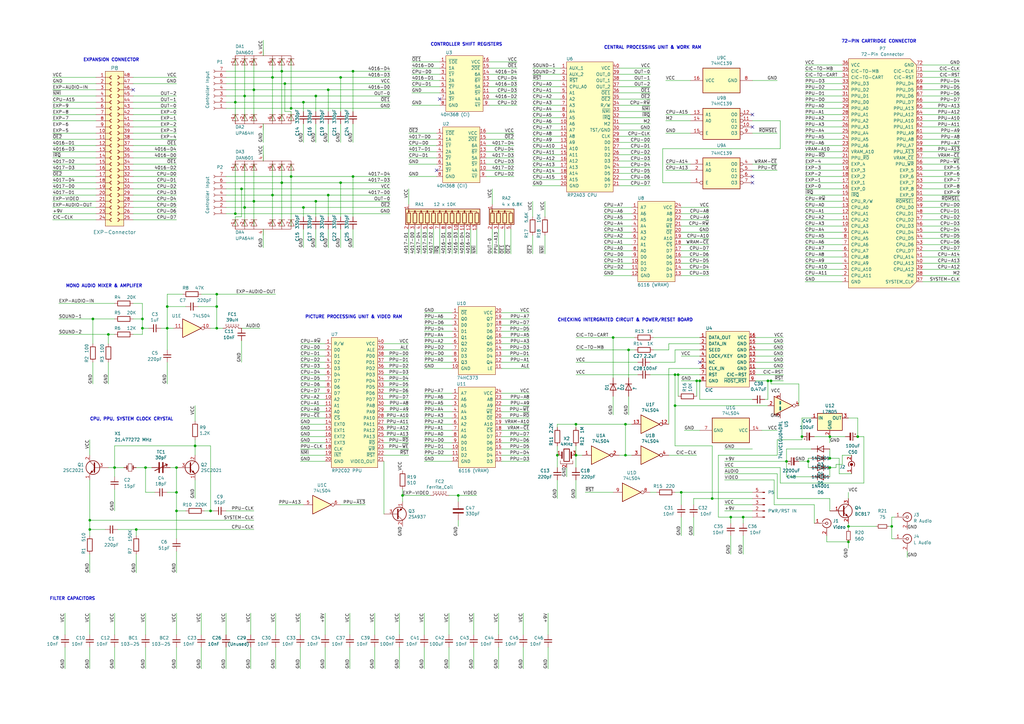
<source format=kicad_sch>
(kicad_sch (version 20211123) (generator eeschema)
  (paper "A3")
  (title_block (title "NES-CPU-11") (rev "11") (company "Nintendo Co., LTD") (comment 1 "Clean-Up by =Lockster=") (comment 2 "KiCad Schematic by Redherring32") (comment 3 "Reverse Engineered by Krzysiobal") (comment 4 "Forked and updated by NULL"))
  (junction (at 304.8 212.09))
  (junction (at 88.9 134.62))
  (junction (at 115.57 74.93))
  (junction (at 72.39 209.55))
  (junction (at 236.22 173.99))
  (junction (at 68.58 134.62))
  (junction (at 276.86 153.67))
  (junction (at 351.79 179.07))
  (junction (at 144.78 72.39))
  (junction (at 119.38 72.39))
  (junction (at 72.39 201.93))
  (junction (at 279.4 201.93))
  (junction (at 86.36 209.55))
  (junction (at 144.78 29.21))
  (junction (at 139.7 74.93))
  (junction (at 36.83 213.36))
  (junction (at 104.14 82.55))
  (junction (at 55.88 217.17))
  (junction (at 165.1 203.2))
  (junction (at 88.9 125.73))
  (junction (at 322.58 189.23))
  (junction (at 285.75 156.21))
  (junction (at 340.36 179.07))
  (junction (at 256.54 186.69))
  (junction (at 257.81 143.51))
  (junction (at 129.54 82.55))
  (junction (at 116.84 34.29))
  (junction (at 292.1 204.47))
  (junction (at 228.6 186.69))
  (junction (at 111.76 31.75))
  (junction (at 365.76 215.9))
  (junction (at 256.54 173.99))
  (junction (at 340.36 191.77))
  (junction (at 129.54 39.37))
  (junction (at 100.33 39.37))
  (junction (at 104.14 36.83))
  (junction (at 80.01 182.88))
  (junction (at 124.46 41.91))
  (junction (at 299.72 212.09))
  (junction (at 251.46 138.43))
  (junction (at 59.69 191.77))
  (junction (at 314.96 156.21))
  (junction (at 276.86 166.37))
  (junction (at 139.7 31.75))
  (junction (at 38.1 130.81))
  (junction (at 119.38 44.45))
  (junction (at 134.62 80.01))
  (junction (at 44.45 137.16))
  (junction (at 100.33 85.09))
  (junction (at 328.93 179.07))
  (junction (at 340.36 187.96))
  (junction (at 331.47 189.23))
  (junction (at 134.62 36.83))
  (junction (at 187.96 203.2))
  (junction (at 58.42 130.81))
  (junction (at 316.23 156.21))
  (junction (at 111.76 80.01))
  (junction (at 99.06 77.47))
  (junction (at 347.98 215.9))
  (junction (at 287.02 156.21))
  (junction (at 88.9 120.65))
  (junction (at 72.39 191.77))
  (junction (at 278.13 153.67))
  (junction (at 68.58 125.73))
  (junction (at 36.83 217.17))
  (junction (at 96.52 41.91))
  (junction (at 115.57 29.21))
  (junction (at 124.46 85.09))
  (junction (at 347.98 222.25))
  (junction (at 58.42 134.62))
  (junction (at 96.52 87.63))
  (junction (at 236.22 186.69))
  (junction (at 46.99 191.77))
  (no_connect (at 179.07 69.85))
  (no_connect (at 287.02 148.59))
  (no_connect (at 308.61 46.99))
  (no_connect (at 308.61 74.93))
  (no_connect (at 308.61 72.39))
  (no_connect (at 180.34 40.64))
  (no_connect (at 308.61 52.07))
  (no_connect (at 54.61 36.83))
  (wire (pts (xy 266.7 76.2) (xy 254 76.2)))
  (wire (pts (xy 201.93 77.47) (xy 201.93 83.82)))
  (wire (pts (xy 297.18 191.77) (xy 320.04 191.77)))
  (wire (pts (xy 123.19 163.83) (xy 133.35 163.83)))
  (wire (pts (xy 119.38 24.13) (xy 119.38 44.45)))
  (wire (pts (xy 232.41 191.77) (xy 232.41 195.58)))
  (wire (pts (xy 82.55 265.43) (xy 82.55 274.32)))
  (wire (pts (xy 115.57 29.21) (xy 115.57 24.13)))
  (wire (pts (xy 345.44 54.61) (xy 330.2 54.61)))
  (wire (pts (xy 283.21 74.93) (xy 271.78 74.93)))
  (wire (pts (xy 55.88 217.17) (xy 104.14 217.17)))
  (wire (pts (xy 116.84 34.29) (xy 160.02 34.29)))
  (wire (pts (xy 111.76 31.75) (xy 111.76 49.53)))
  (wire (pts (xy 254 45.72) (xy 266.7 45.72)))
  (wire (pts (xy 54.61 49.53) (xy 72.39 49.53)))
  (wire (pts (xy 96.52 88.9) (xy 99.06 88.9)))
  (wire (pts (xy 21.59 62.23) (xy 39.37 62.23)))
  (wire (pts (xy 393.7 67.31) (xy 378.46 67.31)))
  (wire (pts (xy 184.15 203.2) (xy 187.96 203.2)))
  (wire (pts (xy 330.2 115.57) (xy 345.44 115.57)))
  (wire (pts (xy 58.42 130.81) (xy 58.42 124.46)))
  (wire (pts (xy 68.58 120.65) (xy 68.58 125.73)))
  (wire (pts (xy 72.39 191.77) (xy 72.39 201.93)))
  (wire (pts (xy 123.19 171.45) (xy 133.35 171.45)))
  (wire (pts (xy 274.32 173.99) (xy 274.32 151.13)))
  (wire (pts (xy 212.09 30.48) (xy 200.66 30.48)))
  (wire (pts (xy 314.96 163.83) (xy 314.96 156.21)))
  (wire (pts (xy 331.47 191.77) (xy 331.47 189.23)))
  (wire (pts (xy 378.46 110.49) (xy 393.7 110.49)))
  (wire (pts (xy 123.19 148.59) (xy 133.35 148.59)))
  (wire (pts (xy 179.07 64.77) (xy 167.64 64.77)))
  (wire (pts (xy 287.02 156.21) (xy 285.75 156.21)))
  (wire (pts (xy 58.42 130.81) (xy 58.42 134.62)))
  (wire (pts (xy 157.48 140.97) (xy 167.64 140.97)))
  (wire (pts (xy 330.2 41.91) (xy 345.44 41.91)))
  (wire (pts (xy 214.63 265.43) (xy 214.63 274.32)))
  (wire (pts (xy 21.59 57.15) (xy 39.37 57.15)))
  (wire (pts (xy 123.19 251.46) (xy 123.19 260.35)))
  (wire (pts (xy 54.61 41.91) (xy 72.39 41.91)))
  (wire (pts (xy 378.46 69.85) (xy 393.7 69.85)))
  (wire (pts (xy 247.65 110.49) (xy 259.08 110.49)))
  (wire (pts (xy 102.87 251.46) (xy 102.87 260.35)))
  (wire (pts (xy 129.54 39.37) (xy 160.02 39.37)))
  (wire (pts (xy 111.76 80.01) (xy 111.76 92.71)))
  (wire (pts (xy 54.61 62.23) (xy 72.39 62.23)))
  (wire (pts (xy 205.74 166.37) (xy 217.17 166.37)))
  (wire (pts (xy 104.14 209.55) (xy 92.71 209.55)))
  (wire (pts (xy 247.65 87.63) (xy 259.08 87.63)))
  (wire (pts (xy 55.88 219.71) (xy 55.88 217.17)))
  (wire (pts (xy 92.71 85.09) (xy 100.33 85.09)))
  (wire (pts (xy 251.46 154.94) (xy 251.46 138.43)))
  (wire (pts (xy 332.74 195.58) (xy 322.58 195.58)))
  (wire (pts (xy 72.39 39.37) (xy 54.61 39.37)))
  (wire (pts (xy 351.79 171.45) (xy 351.79 179.07)))
  (wire (pts (xy 393.7 31.75) (xy 378.46 31.75)))
  (wire (pts (xy 180.34 25.4) (xy 168.91 25.4)))
  (wire (pts (xy 200.66 27.94) (xy 212.09 27.94)))
  (wire (pts (xy 205.74 189.23) (xy 217.17 189.23)))
  (wire (pts (xy 378.46 39.37) (xy 393.7 39.37)))
  (wire (pts (xy 129.54 88.9) (xy 129.54 82.55)))
  (wire (pts (xy 317.5 207.01) (xy 334.01 207.01)))
  (wire (pts (xy 134.62 58.42) (xy 134.62 50.8)))
  (wire (pts (xy 247.65 105.41) (xy 259.08 105.41)))
  (wire (pts (xy 210.82 59.69) (xy 199.39 59.69)))
  (wire (pts (xy 345.44 49.53) (xy 330.2 49.53)))
  (wire (pts (xy 107.95 58.42) (xy 107.95 50.8)))
  (wire (pts (xy 100.33 49.53) (xy 100.33 39.37)))
  (wire (pts (xy 167.64 77.47) (xy 167.64 83.82)))
  (wire (pts (xy 123.19 189.23) (xy 133.35 189.23)))
  (wire (pts (xy 167.64 62.23) (xy 179.07 62.23)))
  (wire (pts (xy 115.57 74.93) (xy 139.7 74.93)))
  (wire (pts (xy 173.99 166.37) (xy 185.42 166.37)))
  (wire (pts (xy 267.97 138.43) (xy 287.02 138.43)))
  (wire (pts (xy 294.64 212.09) (xy 299.72 212.09)))
  (wire (pts (xy 38.1 130.81) (xy 46.99 130.81)))
  (wire (pts (xy 267.97 143.51) (xy 274.32 143.51)))
  (wire (pts (xy 46.99 182.88) (xy 46.99 191.77)))
  (wire (pts (xy 345.44 39.37) (xy 330.2 39.37)))
  (wire (pts (xy 54.61 90.17) (xy 72.39 90.17)))
  (wire (pts (xy 119.38 44.45) (xy 160.02 44.45)))
  (wire (pts (xy 104.14 36.83) (xy 104.14 24.13)))
  (wire (pts (xy 72.39 201.93) (xy 68.58 201.93)))
  (wire (pts (xy 205.74 146.05) (xy 217.17 146.05)))
  (wire (pts (xy 163.83 251.46) (xy 163.83 260.35)))
  (wire (pts (xy 72.39 209.55) (xy 76.2 209.55)))
  (wire (pts (xy 330.2 90.17) (xy 345.44 90.17)))
  (wire (pts (xy 86.36 134.62) (xy 88.9 134.62)))
  (wire (pts (xy 349.25 194.31) (xy 344.17 194.31)))
  (wire (pts (xy 273.05 54.61) (xy 283.21 54.61)))
  (wire (pts (xy 80.01 182.88) (xy 46.99 182.88)))
  (wire (pts (xy 330.2 85.09) (xy 345.44 85.09)))
  (wire (pts (xy 276.86 201.93) (xy 279.4 201.93)))
  (wire (pts (xy 290.83 97.79) (xy 279.4 97.79)))
  (wire (pts (xy 123.19 143.51) (xy 133.35 143.51)))
  (wire (pts (xy 72.39 64.77) (xy 54.61 64.77)))
  (wire (pts (xy 345.44 34.29) (xy 330.2 34.29)))
  (wire (pts (xy 133.35 265.43) (xy 133.35 274.32)))
  (wire (pts (xy 68.58 120.65) (xy 74.93 120.65)))
  (wire (pts (xy 157.48 151.13) (xy 167.64 151.13)))
  (wire (pts (xy 205.74 173.99) (xy 217.17 173.99)))
  (wire (pts (xy 104.14 82.55) (xy 129.54 82.55)))
  (wire (pts (xy 199.39 67.31) (xy 210.82 67.31)))
  (wire (pts (xy 111.76 31.75) (xy 139.7 31.75)))
  (wire (pts (xy 345.44 87.63) (xy 330.2 87.63)))
  (wire (pts (xy 54.61 77.47) (xy 72.39 77.47)))
  (wire (pts (xy 378.46 34.29) (xy 393.7 34.29)))
  (wire (pts (xy 167.64 168.91) (xy 157.48 168.91)))
  (wire (pts (xy 173.99 138.43) (xy 185.42 138.43)))
  (wire (pts (xy 279.4 201.93) (xy 308.61 201.93)))
  (wire (pts (xy 308.61 209.55) (xy 297.18 209.55)))
  (wire (pts (xy 123.19 265.43) (xy 123.19 274.32)))
  (wire (pts (xy 21.59 36.83) (xy 39.37 36.83)))
  (wire (pts (xy 187.96 93.98) (xy 187.96 104.14)))
  (wire (pts (xy 273.05 49.53) (xy 283.21 49.53)))
  (wire (pts (xy 254 38.1) (xy 266.7 38.1)))
  (wire (pts (xy 55.88 234.95) (xy 55.88 227.33)))
  (wire (pts (xy 229.87 71.12) (xy 218.44 71.12)))
  (wire (pts (xy 157.48 173.99) (xy 167.64 173.99)))
  (wire (pts (xy 134.62 88.9) (xy 134.62 80.01)))
  (wire (pts (xy 330.2 77.47) (xy 345.44 77.47)))
  (wire (pts (xy 91.44 134.62) (xy 88.9 134.62)))
  (wire (pts (xy 119.38 67.31) (xy 119.38 72.39)))
  (wire (pts (xy 317.5 196.85) (xy 317.5 207.01)))
  (wire (pts (xy 86.36 182.88) (xy 80.01 182.88)))
  (wire (pts (xy 44.45 140.97) (xy 44.45 137.16)))
  (wire (pts (xy 36.83 213.36) (xy 36.83 196.85)))
  (wire (pts (xy 278.13 162.56) (xy 278.13 153.67)))
  (wire (pts (xy 199.39 57.15) (xy 210.82 57.15)))
  (wire (pts (xy 54.61 57.15) (xy 72.39 57.15)))
  (wire (pts (xy 133.35 251.46) (xy 133.35 260.35)))
  (wire (pts (xy 201.93 93.98) (xy 201.93 104.14)))
  (wire (pts (xy 345.44 113.03) (xy 330.2 113.03)))
  (wire (pts (xy 256.54 173.99) (xy 236.22 173.99)))
  (wire (pts (xy 330.2 26.67) (xy 345.44 26.67)))
  (wire (pts (xy 66.04 134.62) (xy 68.58 134.62)))
  (wire (pts (xy 273.05 33.02) (xy 283.21 33.02)))
  (wire (pts (xy 342.9 190.5) (xy 342.9 191.77)))
  (wire (pts (xy 187.96 203.2) (xy 187.96 205.74)))
  (wire (pts (xy 273.05 69.85) (xy 283.21 69.85)))
  (wire (pts (xy 212.09 25.4) (xy 200.66 25.4)))
  (wire (pts (xy 218.44 58.42) (xy 229.87 58.42)))
  (wire (pts (xy 180.34 30.48) (xy 168.91 30.48)))
  (wire (pts (xy 266.7 27.94) (xy 254 27.94)))
  (wire (pts (xy 124.46 88.9) (xy 124.46 85.09)))
  (wire (pts (xy 349.25 186.69) (xy 345.44 186.69)))
  (wire (pts (xy 157.48 189.23) (xy 157.48 210.82)))
  (wire (pts (xy 157.48 179.07) (xy 167.64 179.07)))
  (wire (pts (xy 393.7 77.47) (xy 378.46 77.47)))
  (wire (pts (xy 92.71 80.01) (xy 111.76 80.01)))
  (wire (pts (xy 218.44 55.88) (xy 229.87 55.88)))
  (wire (pts (xy 340.36 179.07) (xy 346.71 179.07)))
  (wire (pts (xy 157.48 158.75) (xy 167.64 158.75)))
  (wire (pts (xy 124.46 45.72) (xy 124.46 41.91)))
  (wire (pts (xy 134.62 101.6) (xy 134.62 93.98)))
  (wire (pts (xy 236.22 175.26) (xy 236.22 173.99)))
  (wire (pts (xy 266.7 48.26) (xy 254 48.26)))
  (wire (pts (xy 72.39 31.75) (xy 54.61 31.75)))
  (wire (pts (xy 200.66 38.1) (xy 212.09 38.1)))
  (wire (pts (xy 168.91 27.94) (xy 180.34 27.94)))
  (wire (pts (xy 236.22 143.51) (xy 257.81 143.51)))
  (wire (pts (xy 218.44 30.48) (xy 229.87 30.48)))
  (wire (pts (xy 205.74 181.61) (xy 217.17 181.61)))
  (wire (pts (xy 123.19 153.67) (xy 133.35 153.67)))
  (wire (pts (xy 72.39 201.93) (xy 72.39 209.55)))
  (wire (pts (xy 287.02 163.83) (xy 308.61 163.83)))
  (wire (pts (xy 299.72 214.63) (xy 299.72 212.09)))
  (wire (pts (xy 271.78 74.93) (xy 271.78 60.96)))
  (wire (pts (xy 39.37 64.77) (xy 21.59 64.77)))
  (wire (pts (xy 92.71 31.75) (xy 111.76 31.75)))
  (wire (pts (xy 236.22 148.59) (xy 261.62 148.59)))
  (wire (pts (xy 393.7 102.87) (xy 378.46 102.87)))
  (wire (pts (xy 347.98 171.45) (xy 351.79 171.45)))
  (wire (pts (xy 316.23 157.48) (xy 316.23 156.21)))
  (wire (pts (xy 157.48 184.15) (xy 167.64 184.15)))
  (wire (pts (xy 157.48 176.53) (xy 167.64 176.53)))
  (wire (pts (xy 321.31 151.13) (xy 309.88 151.13)))
  (wire (pts (xy 123.19 140.97) (xy 133.35 140.97)))
  (wire (pts (xy 205.74 179.07) (xy 217.17 179.07)))
  (wire (pts (xy 393.7 72.39) (xy 378.46 72.39)))
  (wire (pts (xy 99.06 77.47) (xy 160.02 77.47)))
  (wire (pts (xy 111.76 24.13) (xy 111.76 31.75)))
  (wire (pts (xy 294.64 186.69) (xy 318.77 186.69)))
  (wire (pts (xy 256.54 173.99) (xy 259.08 173.99)))
  (wire (pts (xy 378.46 80.01) (xy 393.7 80.01)))
  (wire (pts (xy 96.52 67.31) (xy 96.52 87.63)))
  (wire (pts (xy 179.07 54.61) (xy 167.64 54.61)))
  (wire (pts (xy 39.37 34.29) (xy 21.59 34.29)))
  (wire (pts (xy 254 33.02) (xy 266.7 33.02)))
  (wire (pts (xy 247.65 92.71) (xy 259.08 92.71)))
  (wire (pts (xy 107.95 59.69) (xy 107.95 66.04)))
  (wire (pts (xy 88.9 120.65) (xy 113.03 120.65)))
  (wire (pts (xy 180.34 35.56) (xy 168.91 35.56)))
  (wire (pts (xy 168.91 43.18) (xy 180.34 43.18)))
  (wire (pts (xy 328.93 180.34) (xy 328.93 179.07)))
  (wire (pts (xy 393.7 46.99) (xy 378.46 46.99)))
  (wire (pts (xy 299.72 212.09) (xy 304.8 212.09)))
  (wire (pts (xy 345.44 92.71) (xy 330.2 92.71)))
  (wire (pts (xy 92.71 77.47) (xy 99.06 77.47)))
  (wire (pts (xy 39.37 54.61) (xy 21.59 54.61)))
  (wire (pts (xy 144.78 72.39) (xy 160.02 72.39)))
  (wire (pts (xy 328.93 171.45) (xy 332.74 171.45)))
  (wire (pts (xy 331.47 191.77) (xy 332.74 191.77)))
  (wire (pts (xy 39.37 44.45) (xy 21.59 44.45)))
  (wire (pts (xy 38.1 140.97) (xy 38.1 130.81)))
  (wire (pts (xy 290.83 95.25) (xy 279.4 95.25)))
  (wire (pts (xy 173.99 163.83) (xy 185.42 163.83)))
  (wire (pts (xy 266.7 71.12) (xy 254 71.12)))
  (wire (pts (xy 318.77 180.34) (xy 328.93 180.34)))
  (wire (pts (xy 308.61 33.02) (xy 318.77 33.02)))
  (wire (pts (xy 72.39 46.99) (xy 54.61 46.99)))
  (wire (pts (xy 134.62 80.01) (xy 160.02 80.01)))
  (wire (pts (xy 290.83 90.17) (xy 279.4 90.17)))
  (wire (pts (xy 124.46 101.6) (xy 124.46 93.98)))
  (wire (pts (xy 347.98 215.9) (xy 359.41 215.9)))
  (wire (pts (xy 304.8 214.63) (xy 304.8 212.09)))
  (wire (pts (xy 347.98 224.79) (xy 347.98 222.25)))
  (wire (pts (xy 187.96 203.2) (xy 195.58 203.2)))
  (wire (pts (xy 210.82 64.77) (xy 199.39 64.77)))
  (wire (pts (xy 199.39 62.23) (xy 210.82 62.23)))
  (wire (pts (xy 167.64 57.15) (xy 179.07 57.15)))
  (wire (pts (xy 278.13 153.67) (xy 287.02 153.67)))
  (wire (pts (xy 115.57 29.21) (xy 144.78 29.21)))
  (wire (pts (xy 340.36 179.07) (xy 340.36 181.61)))
  (wire (pts (xy 86.36 209.55) (xy 86.36 182.88)))
  (wire (pts (xy 170.18 104.14) (xy 170.18 93.98)))
  (wire (pts (xy 173.99 179.07) (xy 185.42 179.07)))
  (wire (pts (xy 173.99 143.51) (xy 185.42 143.51)))
  (wire (pts (xy 88.9 125.73) (xy 88.9 120.65)))
  (wire (pts (xy 378.46 85.09) (xy 393.7 85.09)))
  (wire (pts (xy 297.18 189.23) (xy 322.58 189.23)))
  (wire (pts (xy 229.87 76.2) (xy 218.44 76.2)))
  (wire (pts (xy 331.47 189.23) (xy 327.66 189.23)))
  (wire (pts (xy 100.33 85.09) (xy 100.33 92.71)))
  (wire (pts (xy 207.01 93.98) (xy 207.01 104.14)))
  (wire (pts (xy 81.28 125.73) (xy 88.9 125.73)))
  (wire (pts (xy 217.17 128.27) (xy 205.74 128.27)))
  (wire (pts (xy 290.83 100.33) (xy 279.4 100.33)))
  (wire (pts (xy 139.7 88.9) (xy 139.7 74.93)))
  (wire (pts (xy 340.36 204.47) (xy 340.36 209.55)))
  (wire (pts (xy 92.71 39.37) (xy 100.33 39.37)))
  (wire (pts (xy 54.61 67.31) (xy 72.39 67.31)))
  (wire (pts (xy 100.33 39.37) (xy 100.33 24.13)))
  (wire (pts (xy 218.44 82.55) (xy 218.44 88.9)))
  (wire (pts (xy 26.67 251.46) (xy 26.67 260.35)))
  (wire (pts (xy 330.2 57.15) (xy 345.44 57.15)))
  (wire (pts (xy 393.7 97.79) (xy 378.46 97.79)))
  (wire (pts (xy 378.46 74.93) (xy 393.7 74.93)))
  (wire (pts (xy 266.7 55.88) (xy 254 55.88)))
  (wire (pts (xy 321.31 143.51) (xy 309.88 143.51)))
  (wire (pts (xy 39.37 59.69) (xy 21.59 59.69)))
  (wire (pts (xy 153.67 265.43) (xy 153.67 274.32)))
  (wire (pts (xy 205.74 133.35) (xy 217.17 133.35)))
  (wire (pts (xy 274.32 140.97) (xy 287.02 140.97)))
  (wire (pts (xy 86.36 209.55) (xy 87.63 209.55)))
  (wire (pts (xy 36.83 251.46) (xy 36.83 260.35)))
  (wire (pts (xy 134.62 36.83) (xy 160.02 36.83)))
  (wire (pts (xy 80.01 180.34) (xy 80.01 182.88)))
  (wire (pts (xy 205.74 151.13) (xy 217.17 151.13)))
  (wire (pts (xy 393.7 107.95) (xy 378.46 107.95)))
  (wire (pts (xy 92.71 87.63) (xy 96.52 87.63)))
  (wire (pts (xy 124.46 85.09) (xy 160.02 85.09)))
  (wire (pts (xy 330.2 110.49) (xy 345.44 110.49)))
  (wire (pts (xy 393.7 44.45) (xy 378.46 44.45)))
  (wire (pts (xy 330.2 52.07) (xy 345.44 52.07)))
  (wire (pts (xy 46.99 191.77) (xy 46.99 195.58)))
  (wire (pts (xy 322.58 195.58) (xy 322.58 189.23)))
  (wire (pts (xy 113.03 265.43) (xy 113.03 274.32)))
  (wire (pts (xy 247.65 90.17) (xy 259.08 90.17)))
  (wire (pts (xy 104.14 82.55) (xy 104.14 92.71)))
  (wire (pts (xy 228.6 186.69) (xy 228.6 191.77)))
  (wire (pts (xy 173.99 176.53) (xy 185.42 176.53)))
  (wire (pts (xy 39.37 87.63) (xy 21.59 87.63)))
  (wire (pts (xy 285.75 186.69) (xy 274.32 186.69)))
  (wire (pts (xy 39.37 82.55) (xy 21.59 82.55)))
  (wire (pts (xy 68.58 134.62) (xy 68.58 143.51)))
  (wire (pts (xy 228.6 204.47) (xy 228.6 196.85)))
  (wire (pts (xy 111.76 80.01) (xy 134.62 80.01)))
  (wire (pts (xy 347.98 214.63) (xy 347.98 215.9)))
  (wire (pts (xy 276.86 153.67) (xy 276.86 166.37)))
  (wire (pts (xy 393.7 82.55) (xy 378.46 82.55)))
  (wire (pts (xy 82.55 251.46) (xy 82.55 260.35)))
  (wire (pts (xy 54.61 34.29) (xy 72.39 34.29)))
  (wire (pts (xy 46.99 251.46) (xy 46.99 260.35)))
  (wire (pts (xy 266.7 40.64) (xy 254 40.64)))
  (wire (pts (xy 339.09 222.25) (xy 347.98 222.25)))
  (wire (pts (xy 46.99 209.55) (xy 46.99 200.66)))
  (wire (pts (xy 260.35 143.51) (xy 257.81 143.51)))
  (wire (pts (xy 290.83 107.95) (xy 279.4 107.95)))
  (wire (pts (xy 102.87 265.43) (xy 102.87 274.32)))
  (wire (pts (xy 271.78 60.96) (xy 320.04 60.96)))
  (wire (pts (xy 72.39 251.46) (xy 72.39 260.35)))
  (wire (pts (xy 236.22 204.47) (xy 236.22 196.85)))
  (wire (pts (xy 393.7 57.15) (xy 378.46 57.15)))
  (wire (pts (xy 247.65 107.95) (xy 259.08 107.95)))
  (wire (pts (xy 173.99 184.15) (xy 185.42 184.15)))
  (wire (pts (xy 393.7 36.83) (xy 378.46 36.83)))
  (wire (pts (xy 21.59 46.99) (xy 39.37 46.99)))
  (wire (pts (xy 318.77 194.31) (xy 318.77 204.47)))
  (wire (pts (xy 339.09 219.71) (xy 339.09 222.25)))
  (wire (pts (xy 83.82 209.55) (xy 86.36 209.55)))
  (wire (pts (xy 266.7 153.67) (xy 276.86 153.67)))
  (wire (pts (xy 123.19 184.15) (xy 133.35 184.15)))
  (wire (pts (xy 205.74 184.15) (xy 217.17 184.15)))
  (wire (pts (xy 266.7 35.56) (xy 254 35.56)))
  (wire (pts (xy 200.66 43.18) (xy 212.09 43.18)))
  (wire (pts (xy 123.19 179.07) (xy 133.35 179.07)))
  (wire (pts (xy 92.71 251.46) (xy 92.71 260.35)))
  (wire (pts (xy 205.74 135.89) (xy 217.17 135.89)))
  (wire (pts (xy 153.67 251.46) (xy 153.67 260.35)))
  (wire (pts (xy 209.55 93.98) (xy 209.55 104.14)))
  (wire (pts (xy 266.7 50.8) (xy 254 50.8)))
  (wire (pts (xy 290.83 110.49) (xy 279.4 110.49)))
  (wire (pts (xy 266.7 60.96) (xy 254 60.96)))
  (wire (pts (xy 157.48 161.29) (xy 167.64 161.29)))
  (wire (pts (xy 116.84 45.72) (xy 119.38 45.72)))
  (wire (pts (xy 100.33 67.31) (xy 100.33 85.09)))
  (wire (pts (xy 345.44 190.5) (xy 342.9 190.5)))
  (wire (pts (xy 365.76 215.9) (xy 365.76 212.09)))
  (wire (pts (xy 185.42 93.98) (xy 185.42 104.14)))
  (wire (pts (xy 257.81 170.18) (xy 257.81 162.56)))
  (wire (pts (xy 176.53 203.2) (xy 165.1 203.2)))
  (wire (pts (xy 266.7 43.18) (xy 254 43.18)))
  (wire (pts (xy 59.69 265.43) (xy 59.69 274.32)))
  (wire (pts (xy 204.47 93.98) (xy 204.47 104.14)))
  (wire (pts (xy 82.55 120.65) (xy 88.9 120.65)))
  (wire (pts (xy 378.46 95.25) (xy 393.7 95.25)))
  (wire (pts (xy 184.15 265.43) (xy 184.15 274.32)))
  (wire (pts (xy 123.19 186.69) (xy 133.35 186.69)))
  (wire (pts (xy 297.18 196.85) (xy 317.5 196.85)))
  (wire (pts (xy 330.2 67.31) (xy 345.44 67.31)))
  (wire (pts (xy 297.18 194.31) (xy 318.77 194.31)))
  (wire (pts (xy 124.46 58.42) (xy 124.46 50.8)))
  (wire (pts (xy 173.99 189.23) (xy 185.42 189.23)))
  (wire (pts (xy 21.59 80.01) (xy 39.37 80.01)))
  (wire (pts (xy 236.22 138.43) (xy 251.46 138.43)))
  (wire (pts (xy 180.34 93.98) (xy 180.34 104.14)))
  (wire (pts (xy 200.66 33.02) (xy 212.09 33.02)))
  (wire (pts (xy 321.31 156.21) (xy 316.23 156.21)))
  (wire (pts (xy 107.95 101.6) (xy 107.95 93.98)))
  (wire (pts (xy 72.39 44.45) (xy 54.61 44.45)))
  (wire (pts (xy 284.48 219.71) (xy 284.48 212.09)))
  (wire (pts (xy 123.19 168.91) (xy 133.35 168.91)))
  (wire (pts (xy 173.99 140.97) (xy 185.42 140.97)))
  (wire (pts (xy 72.39 226.06) (xy 72.39 234.95)))
  (wire (pts (xy 92.71 29.21) (xy 115.57 29.21)))
  (wire (pts (xy 287.02 176.53) (xy 280.67 176.53)))
  (wire (pts (xy 276.86 143.51) (xy 276.86 148.59)))
  (wire (pts (xy 165.1 200.66) (xy 165.1 203.2)))
  (wire (pts (xy 173.99 171.45) (xy 185.42 171.45)))
  (wire (pts (xy 104.14 36.83) (xy 134.62 36.83)))
  (wire (pts (xy 157.48 181.61) (xy 167.64 181.61)))
  (wire (pts (xy 331.47 189.23) (xy 331.47 187.96)))
  (wire (pts (xy 308.61 184.15) (xy 297.18 184.15)))
  (wire (pts (xy 184.15 251.46) (xy 184.15 260.35)))
  (wire (pts (xy 340.36 195.58) (xy 340.36 191.77)))
  (wire (pts (xy 92.71 34.29) (xy 116.84 34.29)))
  (wire (pts (xy 347.98 215.9) (xy 347.98 217.17)))
  (wire (pts (xy 214.63 251.46) (xy 214.63 260.35)))
  (wire (pts (xy 139.7 58.42) (xy 139.7 50.8)))
  (wire (pts (xy 294.64 212.09) (xy 294.64 186.69)))
  (wire (pts (xy 58.42 134.62) (xy 58.42 137.16)))
  (wire (pts (xy 157.48 153.67) (xy 167.64 153.67)))
  (wire (pts (xy 318.77 54.61) (xy 308.61 54.61)))
  (wire (pts (xy 54.61 85.09) (xy 72.39 85.09)))
  (wire (pts (xy 204.47 265.43) (xy 204.47 274.32)))
  (wire (pts (xy 139.7 207.01) (xy 149.86 207.01)))
  (wire (pts (xy 378.46 41.91) (xy 393.7 41.91)))
  (wire (pts (xy 36.83 213.36) (xy 36.83 217.17)))
  (wire (pts (xy 119.38 45.72) (xy 119.38 49.53)))
  (wire (pts (xy 365.76 212.09) (xy 367.03 212.09)))
  (wire (pts (xy 24.13 130.81) (xy 38.1 130.81)))
  (wire (pts (xy 236.22 186.69) (xy 238.76 186.69)))
  (wire (pts (xy 205.74 148.59) (xy 217.17 148.59)))
  (wire (pts (xy 59.69 251.46) (xy 59.69 260.35)))
  (wire (pts (xy 139.7 31.75) (xy 160.02 31.75)))
  (wire (pts (xy 378.46 92.71) (xy 393.7 92.71)))
  (wire (pts (xy 72.39 69.85) (xy 54.61 69.85)))
  (wire (pts (xy 229.87 45.72) (xy 218.44 45.72)))
  (wire (pts (xy 285.75 156.21) (xy 279.4 156.21)))
  (wire (pts (xy 290.83 85.09) (xy 279.4 85.09)))
  (wire (pts (xy 115.57 29.21) (xy 115.57 49.53)))
  (wire (pts (xy 175.26 104.14) (xy 175.26 93.98)))
  (wire (pts (xy 285.75 156.21) (xy 285.75 162.56)))
  (wire (pts (xy 251.46 201.93) (xy 240.03 201.93)))
  (wire (pts (xy 205.74 171.45) (xy 217.17 171.45)))
  (wire (pts (xy 290.83 105.41) (xy 279.4 105.41)))
  (wire (pts (xy 290.83 92.71) (xy 279.4 92.71)))
  (wire (pts (xy 129.54 45.72) (xy 129.54 39.37)))
  (wire (pts (xy 351.79 179.07) (xy 354.33 179.07)))
  (wire (pts (xy 330.2 31.75) (xy 345.44 31.75)))
  (wire (pts (xy 316.23 156.21) (xy 314.96 156.21)))
  (wire (pts (xy 345.44 186.69) (xy 345.44 190.5)))
  (wire (pts (xy 46.99 265.43) (xy 46.99 274.32)))
  (wire (pts (xy 193.04 93.98) (xy 193.04 104.14)))
  (wire (pts (xy 266.7 63.5) (xy 254 63.5)))
  (wire (pts (xy 123.19 176.53) (xy 133.35 176.53)))
  (wire (pts (xy 254 186.69) (xy 256.54 186.69)))
  (wire (pts (xy 251.46 138.43) (xy 260.35 138.43)))
  (wire (pts (xy 36.83 265.43) (xy 36.83 274.32)))
  (wire (pts (xy 119.38 72.39) (xy 119.38 92.71)))
  (wire (pts (xy 104.14 49.53) (xy 104.14 36.83)))
  (wire (pts (xy 173.99 133.35) (xy 185.42 133.35)))
  (wire (pts (xy 378.46 54.61) (xy 393.7 54.61)))
  (wire (pts (xy 345.44 29.21) (xy 330.2 29.21)))
  (wire (pts (xy 190.5 93.98) (xy 190.5 104.14)))
  (wire (pts (xy 167.64 93.98) (xy 167.64 104.14)))
  (wire (pts (xy 173.99 173.99) (xy 185.42 173.99)))
  (wire (pts (xy 124.46 41.91) (xy 160.02 41.91)))
  (wire (pts (xy 80.01 186.69) (xy 80.01 182.88)))
  (wire (pts (xy 257.81 154.94) (xy 257.81 143.51)))
  (wire (pts (xy 100.33 85.09) (xy 124.46 85.09)))
  (wire (pts (xy 236.22 182.88) (xy 236.22 186.69)))
  (wire (pts (xy 273.05 46.99) (xy 283.21 46.99)))
  (wire (pts (xy 378.46 100.33) (xy 393.7 100.33)))
  (wire (pts (xy 36.83 180.34) (xy 36.83 186.69)))
  (wire (pts (xy 68.58 148.59) (xy 68.58 157.48)))
  (wire (pts (xy 290.83 113.03) (xy 279.4 113.03)))
  (wire (pts (xy 21.59 74.93) (xy 39.37 74.93)))
  (wire (pts (xy 247.65 100.33) (xy 259.08 100.33)))
  (wire (pts (xy 76.2 125.73) (xy 68.58 125.73)))
  (wire (pts (xy 229.87 40.64) (xy 218.44 40.64)))
  (wire (pts (xy 299.72 227.33) (xy 299.72 219.71)))
  (wire (pts (xy 96.52 41.91) (xy 124.46 41.91)))
  (wire (pts (xy 123.19 181.61) (xy 133.35 181.61)))
  (wire (pts (xy 266.7 30.48) (xy 254 30.48)))
  (wire (pts (xy 69.85 191.77) (xy 72.39 191.77)))
  (wire (pts (xy 54.61 130.81) (xy 58.42 130.81)))
  (wire (pts (xy 99.06 88.9) (xy 99.06 77.47)))
  (wire (pts (xy 92.71 44.45) (xy 119.38 44.45)))
  (wire (pts (xy 344.17 187.96) (xy 340.36 187.96)))
  (wire (pts (xy 157.48 156.21) (xy 167.64 156.21)))
  (wire (pts (xy 72.39 209.55) (xy 72.39 220.98)))
  (wire (pts (xy 218.44 68.58) (xy 229.87 68.58)))
  (wire (pts (xy 218.44 73.66) (xy 229.87 73.66)))
  (wire (pts (xy 256.54 186.69) (xy 259.08 186.69)))
  (wire (pts (xy 321.31 146.05) (xy 309.88 146.05)))
  (wire (pts (xy 266.7 68.58) (xy 254 68.58)))
  (wire (pts (xy 320.04 198.12) (xy 320.04 191.77)))
  (wire (pts (xy 134.62 45.72) (xy 134.62 36.83)))
  (wire (pts (xy 123.19 166.37) (xy 133.35 166.37)))
  (wire (pts (xy 173.99 151.13) (xy 185.42 151.13)))
  (wire (pts (xy 173.99 135.89) (xy 185.42 135.89)))
  (wire (pts (xy 345.44 59.69) (xy 330.2 59.69)))
  (wire (pts (xy 72.39 59.69) (xy 54.61 59.69)))
  (wire (pts (xy 247.65 113.03) (xy 259.08 113.03)))
  (wire (pts (xy 205.74 138.43) (xy 217.17 138.43)))
  (wire (pts (xy 114.3 207.01) (xy 124.46 207.01)))
  (wire (pts (xy 48.26 217.17) (xy 55.88 217.17)))
  (wire (pts (xy 393.7 62.23) (xy 378.46 62.23)))
  (wire (pts (xy 308.61 212.09) (xy 304.8 212.09)))
  (wire (pts (xy 21.59 41.91) (xy 39.37 41.91)))
  (wire (pts (xy 345.44 82.55) (xy 330.2 82.55)))
  (wire (pts (xy 318.77 204.47) (xy 340.36 204.47)))
  (wire (pts (xy 195.58 93.98) (xy 195.58 104.14)))
  (wire (pts (xy 60.96 134.62) (xy 58.42 134.62)))
  (wire (pts (xy 228.6 173.99) (xy 228.6 175.26)))
  (wire (pts (xy 330.2 62.23) (xy 345.44 62.23)))
  (wire (pts (xy 321.31 153.67) (xy 309.88 153.67)))
  (wire (pts (xy 173.99 146.05) (xy 185.42 146.05)))
  (wire (pts (xy 345.44 107.95) (xy 330.2 107.95)))
  (wire (pts (xy 71.12 134.62) (xy 68.58 134.62)))
  (wire (pts (xy 43.18 217.17) (xy 36.83 217.17)))
  (wire (pts (xy 96.52 49.53) (xy 96.52 41.91)))
  (wire (pts (xy 63.5 201.93) (xy 59.69 201.93)))
  (wire (pts (xy 194.31 265.43) (xy 194.31 274.32)))
  (wire (pts (xy 199.39 72.39) (xy 210.82 72.39)))
  (wire (pts (xy 345.44 80.01) (xy 330.2 80.01)))
  (wire (pts (xy 279.4 219.71) (xy 279.4 212.09)))
  (wire (pts (xy 318.77 67.31) (xy 308.61 67.31)))
  (wire (pts (xy 276.86 166.37) (xy 314.96 166.37)))
  (wire (pts (xy 340.36 187.96) (xy 340.36 184.15)))
  (wire (pts (xy 218.44 43.18) (xy 229.87 43.18)))
  (wire (pts (xy 115.57 67.31) (xy 115.57 74.93)))
  (wire (pts (xy 72.39 80.01) (xy 54.61 80.01)))
  (wire (pts (xy 157.48 143.51) (xy 167.64 143.51)))
  (wire (pts (xy 39.37 49.53) (xy 21.59 49.53)))
  (wire (pts (xy 229.87 66.04) (xy 218.44 66.04)))
  (wire (pts (xy 330.2 100.33) (xy 345.44 100.33)))
  (wire (pts (xy 378.46 59.69) (xy 393.7 59.69)))
  (wire (pts (xy 104.14 67.31) (xy 104.14 82.55)))
  (wire (pts (xy 320.04 49.53) (xy 308.61 49.53)))
  (wire (pts (xy 36.83 217.17) (xy 36.83 219.71)))
  (wire (pts (xy 72.39 52.07) (xy 54.61 52.07)))
  (wire (pts (xy 276.86 166.37) (xy 276.86 182.88)))
  (wire (pts (xy 144.78 88.9) (xy 144.78 72.39)))
  (wire (pts (xy 321.31 140.97) (xy 309.88 140.97)))
  (wire (pts (xy 228.6 182.88) (xy 228.6 186.69)))
  (wire (pts (xy 247.65 95.25) (xy 259.08 95.25)))
  (wire (pts (xy 287.02 146.05) (xy 279.4 146.05)))
  (wire (pts (xy 46.99 191.77) (xy 50.8 191.77)))
  (wire (pts (xy 205.74 161.29) (xy 217.17 161.29)))
  (wire (pts (xy 44.45 148.59) (xy 44.45 157.48)))
  (wire (pts (xy 182.88 93.98) (xy 182.88 104.14)))
  (wire (pts (xy 59.69 201.93) (xy 59.69 191.77)))
  (wire (pts (xy 173.99 148.59) (xy 185.42 148.59)))
  (wire (pts (xy 167.64 72.39) (xy 179.07 72.39)))
  (wire (pts (xy 327.66 166.37) (xy 327.66 157.48)))
  (wire (pts (xy 276.86 182.88) (xy 292.1 182.88)))
  (wire (pts (xy 167.64 67.31) (xy 179.07 67.31)))
  (wire (pts (xy 104.14 213.36) (xy 36.83 213.36)))
  (wire (pts (xy 247.65 97.79) (xy 259.08 97.79)))
  (wire (pts (xy 173.99 181.61) (xy 185.42 181.61)))
  (wire (pts (xy 205.74 186.69) (xy 217.17 186.69)))
  (wire (pts (xy 96.52 92.71) (xy 96.52 88.9)))
  (wire (pts (xy 266.7 73.66) (xy 254 73.66)))
  (wire (pts (xy 332.74 187.96) (xy 331.47 187.96)))
  (wire (pts (xy 44.45 137.16) (xy 46.99 137.16)))
  (wire (pts (xy 194.31 251.46) (xy 194.31 260.35)))
  (wire (pts (xy 372.11 226.06) (xy 372.11 228.6)))
  (wire (pts (xy 393.7 52.07) (xy 378.46 52.07)))
  (wire (pts (xy 287.02 156.21) (xy 287.02 163.83)))
  (wire (pts (xy 24.13 137.16) (xy 44.45 137.16)))
  (wire (pts (xy 123.19 146.05) (xy 133.35 146.05)))
  (wire (pts (xy 218.44 50.8) (xy 229.87 50.8)))
  (wire (pts (xy 321.31 138.43) (xy 309.88 138.43)))
  (wire (pts (xy 378.46 90.17) (xy 393.7 90.17)))
  (wire (pts (xy 330.2 95.25) (xy 345.44 95.25)))
  (wire (pts (xy 251.46 170.18) (xy 251.46 162.56)))
  (wire (pts (xy 168.91 38.1) (xy 180.34 38.1)))
  (wire (pts (xy 80.01 204.47) (xy 80.01 196.85)))
  (wire (pts (xy 92.71 41.91) (xy 96.52 41.91)))
  (wire (pts (xy 218.44 38.1) (xy 229.87 38.1)))
  (wire (pts (xy 318.77 176.53) (xy 312.42 176.53)))
  (wire (pts (xy 167.64 166.37) (xy 157.48 166.37)))
  (wire (pts (xy 204.47 251.46) (xy 204.47 260.35)))
  (wire (pts (xy 54.61 82.55) (xy 72.39 82.55)))
  (wire (pts (xy 393.7 113.03) (xy 378.46 113.03)))
  (wire (pts (xy 304.8 227.33) (xy 304.8 219.71)))
  (wire (pts (xy 99.06 139.7) (xy 99.06 148.59)))
  (wire (pts (xy 274.32 151.13) (xy 287.02 151.13)))
  (wire (pts (xy 173.99 186.69) (xy 185.42 186.69)))
  (wire (pts (xy 308.61 207.01) (xy 297.18 207.01)))
  (wire (pts (xy 330.2 46.99) (xy 345.44 46.99)))
  (wire (pts (xy 345.44 74.93) (xy 330.2 74.93)))
  (wire (pts (xy 266.7 53.34) (xy 254 53.34)))
  (wire (pts (xy 68.58 125.73) (xy 68.58 134.62)))
  (wire (pts (xy 223.52 104.14) (xy 223.52 96.52)))
  (wire (pts (xy 378.46 64.77) (xy 393.7 64.77)))
  (wire (pts (xy 123.19 161.29) (xy 133.35 161.29)))
  (wire (pts (xy 123.19 151.13) (xy 133.35 151.13)))
  (wire (pts (xy 290.83 102.87) (xy 279.4 102.87)))
  (wire (pts (xy 205.74 163.83) (xy 217.17 163.83)))
  (wire (pts (xy 365.76 215.9) (xy 365.76 220.98)))
  (wire (pts (xy 224.79 251.46) (xy 224.79 260.35)))
  (wire (pts (xy 274.32 143.51) (xy 274.32 140.97)))
  (wire (pts (xy 229.87 53.34) (xy 218.44 53.34)))
  (wire (pts (xy 39.37 69.85) (xy 21.59 69.85)))
  (wire (pts (xy 218.44 104.14) (xy 218.44 96.52)))
  (wire (pts (xy 173.99 168.91) (xy 185.42 168.91)))
  (wire (pts (xy 173.99 161.29) (xy 185.42 161.29)))
  (wire (pts (xy 287.02 143.51) (xy 276.86 143.51)))
  (wire (pts (xy 177.8 93.98) (xy 177.8 104.14)))
  (wire (pts (xy 107.95 16.51) (xy 107.95 22.86)))
  (wire (pts (xy 21.59 31.75) (xy 39.37 31.75)))
  (wire (pts (xy 212.09 35.56) (xy 200.66 35.56)))
  (wire (pts (xy 129.54 101.6) (xy 129.54 93.98)))
  (wire (pts (xy 157.48 146.05) (xy 167.64 146.05)))
  (wire (pts (xy 144.78 58.42) (xy 144.78 50.8)))
  (wire (pts (xy 168.91 33.02) (xy 180.34 33.02)))
  (wire (pts (xy 393.7 29.21) (xy 378.46 29.21)))
  (wire (pts (xy 187.96 213.36) (xy 187.96 215.9)))
  (wire (pts (xy 365.76 220.98) (xy 367.03 220.98)))
  (wire (pts (xy 39.37 72.39) (xy 21.59 72.39)))
  (wire (pts (xy 342.9 191.77) (xy 340.36 191.77)))
  (wire (pts (xy 92.71 36.83) (xy 104.14 36.83)))
  (wire (pts (xy 344.17 194.31) (xy 344.17 187.96)))
  (wire (pts (xy 354.33 179.07) (xy 354.33 198.12)))
  (wire (pts (xy 113.03 251.46) (xy 113.03 260.35)))
  (wire (pts (xy 330.2 105.41) (xy 345.44 105.41)))
  (wire (pts (xy 256.54 186.69) (xy 256.54 173.99)))
  (wire (pts (xy 116.84 34.29) (xy 116.84 45.72)))
  (wire (pts (xy 157.48 171.45) (xy 167.64 171.45)))
  (wire (pts (xy 123.19 156.21) (xy 133.35 156.21)))
  (wire (pts (xy 38.1 148.59) (xy 38.1 157.48)))
  (wire (pts (xy 236.22 186.69) (xy 236.22 191.77)))
  (wire (pts (xy 210.82 69.85) (xy 199.39 69.85)))
  (wire (pts (xy 179.07 59.69) (xy 167.64 59.69)))
  (wire (pts (xy 322.58 184.15) (xy 322.58 189.23)))
  (wire (pts (xy 218.44 35.56) (xy 229.87 35.56)))
  (wire (pts (xy 276.86 153.67) (xy 278.13 153.67)))
  (wire (pts (xy 318.77 69.85) (xy 308.61 69.85)))
  (wire (pts (xy 279.4 207.01) (xy 279.4 201.93)))
  (wire (pts (xy 393.7 26.67) (xy 378.46 26.67)))
  (wire (pts (xy 284.48 204.47) (xy 292.1 204.47)))
  (wire (pts (xy 21.59 85.09) (xy 39.37 85.09)))
  (wire (pts (xy 173.99 128.27) (xy 185.42 128.27)))
  (wire (pts (xy 224.79 265.43) (xy 224.79 274.32)))
  (wire (pts (xy 96.52 41.91) (xy 96.52 24.13)))
  (wire (pts (xy 354.33 198.12) (xy 320.04 198.12)))
  (wire (pts (xy 393.7 87.63) (xy 378.46 87.63)))
  (wire (pts (xy 345.44 69.85) (xy 330.2 69.85)))
  (wire (pts (xy 39.37 39.37) (xy 21.59 39.37)))
  (wire (pts (xy 123.19 173.99) (xy 133.35 173.99)))
  (wire (pts (xy 72.39 87.63) (xy 54.61 87.63)))
  (wire (pts (xy 123.19 158.75) (xy 133.35 158.75)))
  (wire (pts (xy 223.52 82.55) (xy 223.52 88.9)))
  (wire (pts (xy 99.06 134.62) (xy 106.68 134.62)))
  (wire (pts (xy 92.71 265.43) (xy 92.71 274.32)))
  (wire (pts (xy 129.54 82.55) (xy 160.02 82.55)))
  (wire (pts (xy 292.1 182.88) (xy 292.1 204.47)))
  (wire (pts (xy 72.39 265.43) (xy 72.39 274.32)))
  (wire (pts (xy 236.22 153.67) (xy 261.62 153.67)))
  (wire (pts (xy 345.44 64.77) (xy 330.2 64.77)))
  (wire (pts (xy 129.54 58.42) (xy 129.54 50.8)))
  (wire (pts (xy 205.74 140.97) (xy 217.17 140.97)))
  (wire (pts (xy 144.78 101.6) (xy 144.78 93.98)))
  (wire (pts (xy 365.76 215.9) (xy 364.49 215.9)))
  (wire (pts (xy 119.38 72.39) (xy 144.78 72.39)))
  (wire (pts (xy 378.46 105.41) (xy 393.7 105.41)))
  (wire (pts (xy 345.44 97.79) (xy 330.2 97.79)))
  (wire (pts (xy 328.93 179.07) (xy 328.93 171.45)))
  (wire (pts (xy 218.44 63.5) (xy 229.87 63.5)))
  (wire (pts (xy 205.74 130.81) (xy 217.17 130.81)))
  (wire (pts (xy 292.1 204.47) (xy 308.61 204.47)))
  (wire (pts (xy 210.82 54.61) (xy 199.39 54.61)))
  (wire (pts (xy 266.7 66.04) (xy 254 66.04)))
  (wire (pts (xy 205.74 168.91) (xy 217.17 168.91)))
  (wire (pts (xy 332.74 184.15) (xy 322.58 184.15)))
  (wire (pts (xy 345.44 102.87) (xy 330.2 102.87)))
  (wire (pts (xy 111.76 67.31) (xy 111.76 80.01)))
  (wire (pts (xy 139.7 45.72) (xy 139.7 31.75)))
  (wire (pts (xy 21.59 90.17) (xy 39.37 90.17)))
  (wire (pts (xy 54.61 54.61) (xy 72.39 54.61)))
  (wire (pts (xy 157.48 186.69) (xy 167.64 186.69)))
  (wire (pts (xy 92.71 72.39) (xy 119.38 72.39)))
  (wire (pts (xy 172.72 93.98) (xy 172.72 104.14)))
  (wire (pts (xy 334.01 179.07) (xy 340.36 179.07)))
  (wire (pts (xy 163.83 265.43) (xy 163.83 274.32)))
  (wire (pts (xy 55.88 191.77) (xy 59.69 191.77)))
  (wire (pts (xy 254 58.42) (xy 266.7 58.42)))
  (wire (pts (xy 115.57 74.93) (xy 115.57 92.71)))
  (wire (pts (xy 144.78 45.72) (xy 144.78 29.21)))
  (wire (pts (xy 247.65 85.09) (xy 259.08 85.09)))
  (wire (pts (xy 212.09 40.64) (xy 200.66 40.64)))
  (wire (pts (xy 39.37 77.47) (xy 21.59 77.47)))
  (wire (pts (xy 72.39 74.93) (xy 54.61 74.93)))
  (wire (pts (xy 327.66 157.48) (xy 316.23 157.48)))
  (wire (pts (xy 143.51 265.43) (xy 143.51 274.32)))
  (wire (pts (xy 157.48 163.83) (xy 167.64 163.83)))
  (wire (pts (xy 284.48 207.01) (xy 284.48 204.47)))
  (wire (pts (xy 173.99 130.81) (xy 185.42 130.81)))
  (wire (pts (xy 229.87 60.96) (xy 218.44 60.96)))
  (wire (pts (xy 80.01 166.37) (xy 80.01 172.72)))
  (wire (pts (xy 313.69 163.83) (xy 314.96 163.83)))
  (wire (pts (xy 273.05 67.31) (xy 283.21 67.31)))
  (wire (pts (xy 100.33 39.37) (xy 129.54 39.37)))
  (wire (pts (xy 218.44 33.02) (xy 229.87 33.02)))
  (wire (pts (xy 54.61 72.39) (xy 72.39 72.39)))
  (wire (pts (xy 21.59 67.31) (xy 39.37 67.31)))
  (wire (pts (xy 330.2 36.83) (xy 345.44 36.83)))
  (wire (pts (xy 143.51 251.46) (xy 143.51 260.35)))
  (wire (pts (xy 36.83 234.95) (xy 36.83 227.33)))
  (wire (pts (xy 321.31 148.59) (xy 309.88 148.59)))
  (wire (pts (xy 92.71 74.93) (xy 115.57 74.93)))
  (wire (pts (xy 218.44 48.26) (xy 229.87 48.26)))
  (wire (pts (xy 334.01 207.01) (xy 334.01 214.63)))
  (wire (pts (xy 318.77 186.69) (xy 318.77 180.34)))
  (wire (pts (xy 96.52 87.63) (xy 160.02 87.63)))
  (wire (pts (xy 139.7 101.6) (xy 139.7 93.98)))
  (wire (pts (xy 157.48 148.59) (xy 167.64 148.59)))
  (wire (pts (xy 228.6 173.99) (xy 236.22 173.99)))
  (wire (pts (xy 266.7 148.59) (xy 276.86 148.59)))
  (wire (pts (xy 59.69 191.77) (xy 62.23 191.77)))
  (wire (pts (xy 330.2 72.39) (xy 345.44 72.39)))
  (wire (pts (xy 44.45 191.77) (xy 46.99 191.77)))
  (wire (pts (xy 24.13 124.46) (xy 46.99 124.46)))
  (wire (pts (xy 26.67 265.43) (xy 26.67 274.32)))
  (wire (pts (xy 345.44 44.45) (xy 330.2 44.45)))
  (wire (pts (xy 378.46 115.57) (xy 393.7 115.57)))
  (wire (pts (xy 290.83 87.63) (xy 279.4 87.63)))
  (wire (pts (xy 314.96 156.21) (xy 309.88 156.21)))
  (wire (pts (xy 347.98 201.93) (xy 347.98 204.47)))
  (wire (pts (xy 139.7 74.93) (xy 160.02 74.93)))
  (wire (pts (xy 320.04 60.96) (xy 320.04 49.53)))
  (wire (pts (xy 58.42 124.46) (xy 54.61 124.46)))
  (wire (pts (xy 247.65 102.87) (xy 259.08 102.87)))
  (wire (pts (xy 218.44 27.94) (xy 229.87 27.94)))
  (wire (pts (xy 173.99 251.46) (xy 173.99 260.35)))
  (wire (pts (xy 266.7 201.93) (xy 269.24 201.93)))
  (wire (pts (xy 88.9 134.62) (xy 88.9 125.73)))
  (wire (pts (xy 165.1 203.2) (xy 165.1 205.74)))
  (wire (pts (xy 92.71 82.55) (xy 104.14 82.55)))
  (wire (pts (xy 205.74 143.51) (xy 217.17 143.51)))
  (wire (pts (xy 205.74 176.53) (xy 217.17 176.53)))
  (wire (pts (xy 173.99 265.43) (xy 173.99 274.32)))
  (wire (pts (xy 144.78 29.21) (xy 160.02 29.21)))
  (wire (pts (xy 54.61 137.16) (xy 58.42 137.16)))
  (wire (pts (xy 378.46 49.53) (xy 393.7 49.53)))
  (text "CENTRAL PROCESSING UNIT & WORK RAM" (at 247.65 20.32 0) (effects (font (size 1.27 1.27) (thickness 0.254) bold) (justify left bottom)))
  (text "CONTROLLER SHIFT REGISTERS" (at 176.53 19.05 0) (effects (font (size 1.27 1.27) (thickness 0.254) bold) (justify left bottom)))
  (text "EXPANSION CONNECTOR" (at 57.15 25.4 180) (effects (font (size 1.27 1.27) (thickness 0.254) bold) (justify right bottom)))
  (text "FILTER CAPACITORS" (at 20.32 246.38 0) (effects (font (size 1.27 1.27) (thickness 0.254) bold) (justify left bottom)))
  (text "CPU, PPU, SYSTEM CLOCK CRYSTAL" (at 71.12 172.72 180) (effects (font (size 1.27 1.27) (thickness 0.254) bold) (justify right bottom)))
  (text "PICTURE PROCESSING UNIT & VIDEO RAM" (at 165.1 130.81 180) (effects (font (size 1.27 1.27) (thickness 0.254) bold) (justify right bottom)))
  (text "72-PIN CARTRIDGE CONNECTOR" (at 375.92 17.78 180) (effects (font (size 1.27 1.27) (thickness 0.254) bold) (justify right bottom)))
  (text "MONO AUDIO MIXER & AMPLIFER" (at 58.42 118.11 180) (effects (font (size 1.27 1.27) (thickness 0.254) bold) (justify right bottom)))
  (text "CHECKING INTERGRATED CIRCUIT & POWER/RESET BOARD" (at 228.6 132.08 0) (effects (font (size 1.27 1.27) (thickness 0.254) bold) (justify left bottom)))
  (label "PPU-D4" (at 173.99 135.89 0))
  (label "GND" (at 123.19 176.53 0))
  (label "PPU-D2" (at 173.99 143.51 0))
  (label "+9V" (at 21.59 87.63 0))
  (label "CPU-D3" (at 123.19 151.13 0))
  (label "4016-D4" (at 212.09 30.48 180))
  (label "EXP-6" (at 21.59 52.07 0))
  (label "VCC" (at 297.18 191.77 0))
  (label "GND" (at 21.59 34.29 0))
  (label "PPU-~{RD}" (at 217.17 171.45 180))
  (label "CPU-D2" (at 393.7 90.17 180))
  (label "GND" (at 68.58 157.48 90))
  (label "PPU-A13" (at 393.7 44.45 180))
  (label "CIC-TO-MB" (at 236.22 143.51 0))
  (label "EXP-2" (at 330.2 72.39 0))
  (label "~{IRQ}" (at 330.2 80.01 0))
  (label "CPU-R~{W}" (at 290.83 92.71 180))
  (label "GND" (at 321.31 146.05 180))
  (label "EXP-2" (at 72.39 52.07 180))
  (label "PPU-A10" (at 393.7 49.53 180))
  (label "OUT-1" (at 72.39 41.91 180))
  (label "CIC-TO-CART" (at 236.22 138.43 0))
  (label "GND" (at 273.05 54.61 0))
  (label "GND" (at 59.69 274.32 90))
  (label "VCC" (at 236.22 153.67 0))
  (label "4016-D1" (at 168.91 33.02 0))
  (label "SOUND-2" (at 24.13 137.16 0))
  (label "VRAM-A10" (at 330.2 62.23 0))
  (label "CPU-D0" (at 123.19 143.51 0))
  (label "GND" (at 173.99 274.32 90))
  (label "4017-D4" (at 172.72 104.14 90))
  (label "4017-D4" (at 210.82 59.69 180))
  (label "4016-D2" (at 193.04 104.14 90))
  (label "PPU-D0" (at 330.2 41.91 0))
  (label "VIDEO" (at 297.18 196.85 0))
  (label "EXP-8" (at 21.59 46.99 0))
  (label "VCC" (at 143.51 251.46 270))
  (label "CPU-R~{W}" (at 266.7 43.18 180))
  (label "PPU-A7" (at 393.7 59.69 180))
  (label "4016-D4" (at 160.02 29.21 180))
  (label "GND" (at 26.67 274.32 90))
  (label "CIC-CLK" (at 393.7 29.21 180))
  (label "GND" (at 134.62 101.6 90))
  (label "GND" (at 204.47 274.32 90))
  (label "PPU-D3" (at 167.64 153.67 180))
  (label "PPU-A5" (at 217.17 138.43 180))
  (label "PPU-D1" (at 173.99 184.15 0))
  (label "PPU-A1" (at 173.99 176.53 0))
  (label "GND" (at 129.54 101.6 90))
  (label "PPU-D3" (at 217.17 143.51 180))
  (label "~{RST}" (at 321.31 156.21 180))
  (label "PPU-A6" (at 173.99 130.81 0))
  (label "PPU-A7" (at 173.99 161.29 0))
  (label "PPU-A2" (at 173.99 140.97 0))
  (label "PPU-D1" (at 167.64 148.59 180))
  (label "PPU-A13" (at 167.64 179.07 180))
  (label "CPU-A10" (at 290.83 97.79 180))
  (label "CPU-D1" (at 168.91 35.56 0))
  (label "VCC" (at 113.03 251.46 270))
  (label "CIC-RST" (at 393.7 31.75 180))
  (label "CPU-A15" (at 218.44 73.66 0))
  (label "PPU-A10" (at 167.64 171.45 180))
  (label "CPU-A0" (at 123.19 168.91 0))
  (label "PPU-D6" (at 393.7 39.37 180))
  (label "EXP-3" (at 330.2 69.85 0))
  (label "~{NMI}" (at 195.58 104.14 90))
  (label "VCC" (at 92.71 251.46 270))
  (label "4017-D0" (at 167.64 57.15 0))
  (label "VCC" (at 218.44 82.55 270))
  (label "CPU-D4" (at 266.7 68.58 180))
  (label "VCC" (at 107.95 16.51 270))
  (label "GND" (at 46.99 209.55 90))
  (label "CPU-A2" (at 123.19 163.83 0))
  (label "CPU-D2" (at 123.19 148.59 0))
  (label "EXP-6" (at 393.7 72.39 180))
  (label "EXP-AUDIO-IN" (at 21.59 36.83 0))
  (label "~{OE1}" (at 72.39 67.31 180))
  (label "4017-D4" (at 21.59 74.93 0))
  (label "4017-D3" (at 175.26 104.14 90))
  (label "CPU-A7" (at 218.44 53.34 0))
  (label "CPU-A11" (at 218.44 63.5 0))
  (label "CPU-D6" (at 72.39 87.63 180))
  (label "PPU-A9" (at 217.17 166.37 180))
  (label "CIC-RST" (at 321.31 153.67 180))
  (label "PPU-D4" (at 167.64 156.21 180))
  (label "GND" (at 167.64 72.39 0))
  (label "GND" (at 72.39 234.95 90))
  (label "GND" (at 330.2 115.57 0))
  (label "GND" (at 123.19 274.32 90))
  (label "GND" (at 168.91 38.1 0))
  (label "PPU-D5" (at 217.17 135.89 180))
  (label "VCC" (at 82.55 251.46 270))
  (label "~{NMI}" (at 223.52 104.14 90))
  (label "~{OE1}" (at 212.09 27.94 180))
  (label "~{RST}" (at 167.64 186.69 180))
  (label "~{OE1}" (at 207.01 104.14 90))
  (label "GND" (at 124.46 58.42 90))
  (label "PPU-A13" (at 114.3 207.01 0))
  (label "CPU-D7" (at 393.7 102.87 180))
  (label "PPU-A12" (at 393.7 46.99 180))
  (label "SOUND-1" (at 24.13 130.81 0))
  (label "GND" (at 55.88 234.95 90))
  (label "GND" (at 99.06 148.59 90))
  (label "CPU-A8" (at 218.44 55.88 0))
  (label "~{OE2}" (at 21.59 57.15 0))
  (label "4016-D3" (at 160.02 31.75 180))
  (label "SYSTEM-CLK" (at 104.14 213.36 180))
  (label "4016-D0" (at 72.39 64.77 180))
  (label "VCC" (at 318.77 176.53 180))
  (label "OUT-0" (at 72.39 44.45 180))
  (label "PPU-~{WE}" (at 167.64 184.15 180))
  (label "CPU-D1" (at 167.64 64.77 0))
  (label "PPU-D7" (at 217.17 133.35 180))
  (label "CPU-D0" (at 168.91 30.48 0))
  (label "EXP-1" (at 330.2 74.93 0))
  (label "VCC" (at 194.31 251.46 270))
  (label "EXP-AUDIO-OUT" (at 21.59 85.09 0))
  (label "CPU-D0" (at 393.7 85.09 180))
  (label "CPU-A1" (at 247.65 100.33 0))
  (label "CPU-A1" (at 218.44 38.1 0))
  (label "CPU-D6" (at 393.7 100.33 180))
  (label "M2" (at 273.05 49.53 0))
  (label "CIC-CLK" (at 21.59 90.17 0))
  (label "VCC" (at 210.82 54.61 180))
  (label "CPU-D2" (at 72.39 77.47 180))
  (label "GND" (at 321.31 140.97 180))
  (label "VCC" (at 165.1 193.04 90))
  (label "CPU-A10" (at 218.44 60.96 0))
  (label "PPU-D7" (at 167.64 163.83 180))
  (label "CPU-D4" (at 212.09 33.02 180))
  (label "4016-D2" (at 212.09 40.64 180))
  (label "CPU-A2" (at 247.65 97.79 0))
  (label "VCC" (at 201.93 77.47 270))
  (label "CIC-TO-MB" (at 330.2 29.21 0))
  (label "VCC" (at 160.02 77.47 180))
  (label "CPU-A0" (at 330.2 85.09 0))
  (label "CPU-CLK" (at 104.14 217.17 180))
  (label "4016-D3" (at 21.59 62.23 0))
  (label "CPU-A13" (at 273.05 69.85 0))
  (label "CPU-D5" (at 290.83 107.95 180))
  (label "VCC" (at 72.39 31.75 180))
  (label "VCC" (at 160.02 34.29 180))
  (label "AUDIO" (at 106.68 134.62 180))
  (label "GND" (at 123.19 181.61 0))
  (label "CPU-D6" (at 266.7 73.66 180))
  (label "VCC" (at 184.15 251.46 270))
  (label "GND" (at 173.99 128.27 0))
  (label "CPU-D3" (at 290.83 113.03 180))
  (label "GND" (at 284.48 219.71 90))
  (label "~{OE2}" (at 167.64 54.61 0))
  (label "GND" (at 214.63 274.32 90))
  (label "PPU-D0" (at 167.64 146.05 180))
  (label "PPU-A2" (at 330.2 49.53 0))
  (label "EXP-0" (at 72.39 46.99 180))
  (label "4016-D3" (at 212.09 35.56 180))
  (label "GND" (at 251.46 170.18 90))
  (label "~{ROMSEL}" (at 393.7 82.55 180))
  (label "CPU-D3" (at 266.7 66.04 180))
  (label "PPU-D6" (at 167.64 161.29 180))
  (label "VCC" (at 163.83 251.46 270))
  (label "VCC" (at 320.04 161.29 180))
  (label "GND" (at 134.62 58.42 90))
  (label "VRAM-A10" (at 217.17 173.99 180))
  (label "CPU-A8" (at 330.2 105.41 0))
  (label "~{RST}" (at 240.03 201.93 0))
  (label "GND" (at 173.99 189.23 0))
  (label "CPU-A3" (at 218.44 43.18 0))
  (label "CPU-A9" (at 290.83 90.17 180))
  (label "ALE" (at 217.17 151.13 180))
  (label "PPU-D2" (at 173.99 186.69 0))
  (label "M2" (at 393.7 113.03 180))
  (label "4017-D2" (at 177.8 104.14 90))
  (label "CPU-A2" (at 218.44 40.64 0))
  (label "PPU-A3" (at 173.99 171.45 0))
  (label "CPU-D1" (at 393.7 87.63 180))
  (label "PPU-A0" (at 173.99 179.07 0))
  (label "CPU-A13" (at 218.44 68.58 0))
  (label "~{IRQ}" (at 266.7 48.26 180))
  (label "VCC" (at 212.09 25.4 180))
  (label "CPU-A4" (at 330.2 95.25 0))
  (label "~{OE2}" (at 266.7 40.64 180))
  (label "GND" (at 113.03 274.32 90))
  (label "~{NMI}" (at 123.19 186.69 0))
  (label "CPU-D6" (at 290.83 105.41 180))
  (label "PPU-CLK" (at 123.19 184.15 0))
  (label "CPU-A14" (at 393.7 105.41 180))
  (label "+9V" (at 133.35 251.46 270))
  (label "WRAM-~{CE}" (at 318.77 67.31 180))
  (label "OUT-2" (at 266.7 35.56 180))
  (label "GND" (at 123.19 179.07 0))
  (label "WRAM-~{CE}" (at 290.83 100.33 180))
  (label "4016-D4" (at 190.5 104.14 90))
  (label "PPU-~{A13}" (at 149.86 207.01 180))
  (label "CPU-A11" (at 330.2 113.03 0))
  (label "EXP-5" (at 393.7 69.85 180))
  (label "CPU-D5" (at 393.7 97.79 180))
  (label "4017-D3" (at 21.59 69.85 0))
  (label "OUT-0" (at 160.02 39.37 180))
  (label "GND" (at 133.35 274.32 90))
  (label "~{IRQ}" (at 180.34 104.14 90))
  (label "CPU-A1" (at 330.2 87.63 0))
  (label "GND" (at 123.19 189.23 0))
  (label "AUDIO" (at 297.18 194.31 0))
  (label "4016-D4" (at 72.39 62.23 180))
  (label "VCC" (at 153.67 251.46 270))
  (label "GND" (at 321.31 148.59 180))
  (label "~{IRQ}" (at 21.59 64.77 0))
  (label "CPU-D2" (at 247.65 110.49 0))
  (label "GND" (at 139.7 101.6 90))
  (label "EXP-7" (at 393.7 74.93 180))
  (label "GND" (at 187.96 215.9 270))
  (label "VCC" (at 330.2 26.67 0))
  (label "VIDEO" (at 195.58 203.2 180))
  (label "PPU-A12" (at 167.64 176.53 180))
  (label "CPU-A7" (at 330.2 102.87 0))
  (label "GND" (at 160.02 44.45 180))
  (label "CPU-D4" (at 393.7 95.25 180))
  (label "CPU-A14" (at 218.44 71.12 0))
  (label "CPU-D5" (at 72.39 85.09 180))
  (label "CPU-D1" (at 72.39 74.93 180))
  (label "GND" (at 318.77 33.02 180))
  (label "~{OE1}" (at 160.02 41.91 180))
  (label "GND" (at 36.83 274.32 90))
  (label "VCC" (at 214.63 251.46 270))
  (label "CPU-D0" (at 72.39 72.39 180))
  (label "CPU-D3" (at 393.7 92.71 180))
  (label "GND" (at 347.98 224.79 270))
  (label "CIC-CLK" (at 285.75 186.69 180))
  (label "OUT-0" (at 201.93 104.14 90))
  (label "PPU-~{CE}" (at 318.77 69.85 180))
  (label "M2" (at 266.7 50.8 180))
  (label "PPU-A4" (at 330.2 54.61 0))
  (label "PPU-A11" (at 167.64 173.99 180))
  (label "GND" (at 290.83 95.25 180))
  (label "4016-D2" (at 72.39 69.85 180))
  (label "GND" (at 168.91 43.18 0))
  (label "GND" (at 330.2 189.23 180))
  (label "GND" (at 82.55 274.32 90))
  (label "CPU-D3" (at 212.09 38.1 180))
  (label "GND" (at 38.1 157.48 90))
  (label "CPU-D3" (at 210.82 67.31 180))
  (label "4017-D4" (at 160.02 72.39 180))
  (label "GND" (at 80.01 204.47 90))
  (label "4017-D0" (at 160.02 80.01 180))
  (label "CPU-A9" (at 218.44 58.42 0))
  (label "CPU-A9" (at 330.2 107.95 0))
  (label "VCC" (at 80.01 166.37 270))
  (label "4017-D2" (at 210.82 69.85 180))
  (label "PPU-D0" (at 173.99 146.05 0))
  (label "CPU-D2" (at 266.7 63.5 180))
  (label "PPU-D6" (at 217.17 181.61 180))
  (label "CPU-A1" (at 123.19 166.37 0))
  (label "VCC" (at 26.67 251.46 270))
  (label "VCC" (at 36.83 251.46 270))
  (label "GND" (at 44.45 157.48 90))
  (label "VCC" (at 72.39 251.46 270))
  (label "VCC" (at 59.69 251.46 270))
  (label "VCC" (at 297.18 207.01 0))
  (label "4016-D0" (at 160.02 36.83 180))
  (label "4016-D3" (at 187.96 104.14 90))
  (label "GND" (at 143.51 274.32 90))
  (label "PPU-~{CE}" (at 123.19 171.45 0))
  (label "VCC" (at 123.19 251.46 270))
  (label "PPU-A3" (at 217.17 140.97 180))
  (label "EXP-3" (at 72.39 54.61 180))
  (label "~{OE1}" (at 168.91 25.4 0))
  (label "4017-D1" (at 167.64 104.14 90))
  (label "~{ROMSEL}" (at 318.77 54.61 180))
  (label "PPU-A7" (at 217.17 130.81 180))
  (label "VCC" (at 21.59 31.75 0))
  (label "GND" (at 46.99 274.32 90))
  (label "PPU-A6" (at 173.99 163.83 0))
  (label "VCC" (at 107.95 59.69 270))
  (label "GND" (at 393.7 26.67 180))
  (label "VCC" (at 204.47 251.46 270))
  (label "~{OE1}" (at 266.7 38.1 180))
  (label "GND" (at 279.4 219.71 90))
  (label "GND" (at 236.22 204.47 90))
  (label "OUT-1" (at 266.7 33.02 180))
  (label "4017-D3" (at 210.82 64.77 180))
  (label "4016-D0" (at 185.42 104.14 90))
  (label "CPU-D4" (at 290.83 110.49 180))
  (label "VCC" (at 36.83 180.34 270))
  (label "EXP-0" (at 330.2 77.47 0))
  (label "CPU-D7" (at 290.83 102.87 180))
  (label "PPU-A3" (at 330.2 52.07 0))
  (label "PPU-~{WE}" (at 217.17 168.91 180))
  (label "PPU-D5" (at 393.7 36.83 180))
  (label "EXP-5" (at 21.59 54.61 0))
  (label "GND" (at 139.7 58.42 90))
  (label "GND" (at 163.83 274.32 90))
  (label "CPU-A6" (at 247.65 87.63 0))
  (label "CPU-A4" (at 247.65 92.71 0))
  (label "CPU-A5" (at 330.2 97.79 0))
  (label "~{OE2}" (at 21.59 72.39 0))
  (label "CPU-A12" (at 393.7 110.49 180))
  (label "PPU-D0" (at 173.99 181.61 0))
  (label "CPU-D1" (at 247.65 107.95 0))
  (label "CPU-D0" (at 167.64 59.69 0))
  (label "+9V" (at 297.18 189.23 0))
  (label "PPU-~{RD}" (at 330.2 64.77 0))
  (label "PPU-CLK" (at 104.14 209.55 180))
  (label "+9V" (at 224.79 251.46 270))
  (label "GND" (at 144.78 101.6 90))
  (label "VCC" (at 290.83 85.09 180))
  (label "PPU-A2" (at 173.99 173.99 0))
  (label "PPU-D3" (at 330.2 34.29 0))
  (label "~{NMI}" (at 21.59 39.37 0))
  (label "CPU-A3" (at 330.2 92.71 0))
  (label "GND" (at 257.81 170.18 90))
  (label "VCC" (at 173.99 251.46 270))
  (label "CPU-A14" (at 273.05 67.31 0))
  (label "GND" (at 372.11 217.17 0))
  (label "GND" (at 340.36 181.61 0))
  (label "GND" (at 372.11 228.6 0))
  (label "~{RST}" (at 218.44 33.02 0))
  (label "GND" (at 144.78 58.42 90))
  (label "CPU-A6" (at 218.44 50.8 0))
  (label "CPU-D0" (at 266.7 58.42 180))
  (label "GND" (at 124.46 101.6 90))
  (label "VCC" (at 217.17 128.27 180))
  (label "~{OE2}" (at 210.82 57.15 180))
  (label "GND" (at 36.83 234.95 90))
  (label "CPU-A7" (at 247.65 85.09 0))
  (label "EXP-8" (at 393.7 77.47 180))
  (label "CPU-D7" (at 72.39 90.17 180))
  (label "GND" (at 92.71 274.32 90))
  (label "CPU-D1" (at 266.7 60.96 180))
  (label "CPU-D2" (at 210.82 72.39 180))
  (label "GND" (at 153.67 274.32 90))
  (label "CPU-A12" (at 218.44 66.04 0))
  (label "CPU-A3" (at 247.65 95.25 0))
  (label "PPU-D3" (at 217.17 189.23 180))
  (label "VCC" (at 167.64 77.47 270))
  (label "GND" (at 299.72 227.33 90))
  (label "PPU-D5" (at 167.64 158.75 180))
  (label "VCC" (at 347.98 201.93 0))
  (label "EXP-4" (at 330.2 67.31 0))
  (label "GND" (at 224.79 274.32 90))
  (label "GND" (at 160.02 87.63 180))
  (label "GND" (at 167.64 67.31 0))
  (label "EXP-VIDEO" (at 21.59 82.55 0))
  (label "~{OE2}" (at 218.44 104.14 90))
  (label "GND" (at 165.1 215.9 270))
  (label "GND" (at 297.18 184.15 0))
  (label "GND" (at 123.19 173.99 0))
  (label "PPU-D1" (at 217.17 146.05 180))
  (label "CPU-D4" (at 123.19 153.67 0))
  (label "GND" (at 102.87 274.32 90))
  (label "GND" (at 107.95 58.42 90))
  (label "CPU-A13" (at 393.7 107.95 180))
  (label "CPU-D4" (at 210.82 62.23 180))
  (label "GND" (at 107.95 101.6 90))
  (label "4017-D1" (at 167.64 62.23 0))
  (label "CIC-TO-CART" (at 330.2 31.75 0))
  (label "OUT-0" (at 266.7 30.48 180))
  (label "PPU-D6" (at 173.99 133.35 0))
  (label "PPU-~{RD}" (at 167.64 181.61 180))
  (label "EXP-9" (at 21.59 44.45 0))
  (label "+9V" (at 297.18 209.55 0))
  (label "4017-D0" (at 21.59 77.47 0))
  (label "EXP-1" (at 72.39 49.53 180))
  (label "CPU-A5" (at 247.65 90.17 0))
  (label "VCC" (at 223.52 82.55 270))
  (label "PPU-D5" (at 217.17 184.15 180))
  (label "4016-D1" (at 21.59 59.69 0))
  (label "VCC" (at 102.87 251.46 270))
  (label "PPU-~{WE}" (at 393.7 67.31 180))
  (label "CPU-A6" (at 330.2 100.33 0))
  (label "PPU-A1" (at 217.17 148.59 180))
  (label "GND" (at 232.41 195.58 90))
  (label "SOUND-2" (at 218.44 30.48 0))
  (label "PPU-A9" (at 393.7 54.61 180))
  (label "~{OE1}" (at 72.39 59.69 180))
  (label "GND" (at 247.65 113.03 0))
  (label "GND" (at 280.67 176.53 0))
  (label "CPU-R~{W}" (at 123.19 140.97 0))
  (label "PPU-A1" (at 330.2 46.99 0))
  (label "PPU-A6" (at 330.2 59.69 0))
  (label "CPU-D3" (at 72.39 80.01 180))
  (label "CPU-D7" (at 123.19 161.29 0))
  (label "PPU-D1" (at 330.2 39.37 0))
  (label "VCC" (at 266.7 27.94 180))
  (label "GND" (at 321.31 143.51 180))
  (label "GND" (at 321.31 151.13 180))
  (label "GND" (at 72.39 34.29 180))
  (label "VCC" (at 217.17 161.29 180))
  (label "PPU-D7" (at 393.7 41.91 180))
  (label "~{OE2}" (at 209.55 104.14 90))
  (label "CPU-A10" (at 330.2 110.49 0))
  (label "CPU-D5" (at 266.7 71.12 180))
  (label "OUT-2" (at 72.39 39.37 180))
  (label "PPU-A8" (at 393.7 57.15 180))
  (label "VRAM-~{CE}" (at 393.7 64.77 180))
  (label "CPU-R~{W}" (at 330.2 82.55 0))
  (label "PPU-A8" (at 217.17 163.83 180))
  (label "GND" (at 194.31 274.32 90))
  (label "PPU-A5" (at 173.99 166.37 0))
  (label "PPU-A5" (at 330.2 57.15 0))
  (label "EXP-4" (at 72.39 57.15 180))
  (label "PPU-A8" (at 167.64 166.37 180))
  (label "PPU-A9" (at 167.64 168.91 180))
  (label "GND" (at 320.04 171.45 180))
  (label "GND" (at 228.6 204.47 90))
  (label "CPU-A0" (at 247.65 102.87 0))
  (label "PPU-D2" (at 167.64 151.13 180))
  (label "EXP-AUDIO-OUT" (at 113.03 120.65 180))
  (label "PPU-A0" (at 173.99 148.59 0))
  (label "VCC" (at 273.05 33.02 0))
  (label "CPU-D0" (at 247.65 105.41 0))
  (label "CPU-A5" (at 218.44 48.26 0))
  (label "CPU-D5" (at 123.19 156.21 0))
  (label "GND" (at 218.44 76.2 0))
  (label "4017-D3" (at 160.02 74.93 180))
  (label "EXP-7" (at 21.59 49.53 0))
  (label "~{OE2}" (at 160.02 85.09 180))
  (label "CPU-D1" (at 123.19 146.05 0))
  (label "CPU-D4" (at 72.39 82.55 180))
  (label "PPU-D4" (at 217.17 186.69 180))
  (label "GND" (at 266.7 53.34 180))
  (label "PPU-A11" (at 393.7 52.07 180))
  (label "CPU-A4" (at 218.44 45.72 0))
  (label "CPU-CLK" (at 266.7 55.88 180))
  (label "CPU-A2" (at 330.2 90.17 0))
  (label "GND" (at 279.4 156.21 0))
  (label "CPU-D2" (at 212.09 43.18 180))
  (label "4017-D2" (at 21.59 67.31 0))
  (label "VCC" (at 279.4 146.05 0))
  (label "EXP-AUDIO-IN" (at 24.13 124.46 0))
  (label "EXP-9" (at 393.7 80.01 180))
  (label "4016-D1" (at 182.88 104.14 90))
  (label "4017-D1" (at 21.59 80.01 0))
  (label "PPU-A0" (at 330.2 44.45 0))
  (label "GND" (at 184.15 274.32 90))
  (label "VCC" (at 321.31 138.43 180))
  (label "VCC" (at 167.64 140.97 180))
  (label "PPU-A13" (at 204.47 104.14 90))
  (label "VCC" (at 46.99 251.46 270))
  (label "PPU-D2" (at 330.2 36.83 0))
  (label "GND" (at 304.8 227.33 90))
  (label "4016-D0" (at 168.91 27.94 0))
  (label "PPU-~{A13}" (at 393.7 62.23 180))
  (label "ALE" (at 167.64 143.51 180))
  (label "CPU-A8" (at 290.83 87.63 180))
  (label "PPU-D4" (at 393.7 34.29 180))
  (label "4017-D0" (at 170.18 104.14 90))
  (label "OUT-0" (at 160.02 82.55 180))
  (label "PPU-A4" (at 173.99 168.91 0))
  (label "CPU-A0" (at 218.44 35.56 0))
  (label "VCC" (at 236.22 148.59 0))
  (label "GND" (at 173.99 151.13 0))
  (label "VRAM-~{CE}" (at 217.17 176.53 180))
  (label "CPU-D6" (at 123.19 158.75 0))
  (label "PPU-A4" (at 173.99 138.43 0))
  (label "SYSTEM-CLK" (at 393.7 115.57 180))
  (label "CPU-D7" (at 266.7 76.2 180))
  (label "PPU-D7" (at 217.17 179.07 180))
  (label "EXP-VIDEO" (at 165.1 203.2 0))
  (label "GND" (at 72.39 274.32 90))
  (label "CPU-A15" (at 21.59 41.91 0))
  (label "SOUND-1" (at 218.44 27.94 0))
  (label "GND" (at 129.54 58.42 90))
  (label "CPU-A15" (at 273.05 46.99 0))
  (label "~{NMI}" (at 266.7 45.72 180))
  (symbol (lib_id "Motherboard:RP2C02_PPU") (at 146.05 165.1 0) (unit 1)
    (property "Reference" "U7" (at 137.16 137.16 0))
    (property "Value" "RP2C02 PPU" (at 142.24 193.04 0))
    (property "Footprint" "Package_DIP:DIP-40_W15.24mm" (effects hide))
  )
  (symbol (lib_id "74xx:74LS04") (at 132.08 207.01 0) (unit 3)
    (property "Reference" "U1" (at 132.08 198.9582 0))
    (property "Value" "74LS04" (at 132.08 201.2696 0))
    (property "Footprint" "Package_DIP:DIP-14_W7.62mm" (effects hide))
    (property "Datasheet" "http://www.ti.com/lit/gpn/sn74LS04" (effects hide))
  )
  (symbol (lib_id "Device:R") (at 165.1 196.85 0) (unit 1)
    (property "Reference" "R19" (at 166.878 195.6816 0) (effects (justify left)))
    (property "Value" "510" (at 166.878 197.993 0) (effects (justify left)))
    (property "Footprint" "Resistor_THT:R_Axial_DIN0207_L6.3mm_D2.5mm_P10.16mm_Horizontal" (effects hide))
  )
  (symbol (lib_id "Device:L_Ferrite") (at 180.34 203.2 90) (unit 1)
    (property "Reference" "FC2" (at 180.34 197.485 90))
    (property "Value" "Ferrite_Coil" (at 180.34 199.7964 90))
    (property "Footprint" "Resistor_THT:R_Axial_DIN0207_L6.3mm_D2.5mm_P10.16mm_Horizontal" (effects hide))
  )
  (symbol (lib_id "Device:C") (at 187.96 209.55 0) (unit 1)
    (property "Reference" "C47" (at 190.881 208.3816 0) (effects (justify left)))
    (property "Value" "330pF" (at 190.881 210.693 0) (effects (justify left)))
    (property "Footprint" "Capacitor_THT:C_Disc_D3.0mm_W2.0mm_P2.50mm" (effects hide))
  )
  (symbol (lib_id "Device:Q_PNP_ECB") (at 162.56 210.82 0) (mirror x) (unit 1)
    (property "Reference" "Q3" (at 167.4114 209.6516 0) (effects (justify left)))
    (property "Value" "2SA937" (at 167.4114 211.963 0) (effects (justify left)))
    (property "Footprint" "Package_TO_SOT_THT:TO-126-3_Vertical" (effects hide))
  )
  (symbol (lib_id "Motherboard:EXP-CON") (at 46.99 62.23 0) (unit 1)
    (property "Reference" "P8" (at 46.99 27.94 0) (effects (font (size 1.4986 1.4986))))
    (property "Value" "EXP-Connector" (at 46.99 95.25 0) (effects (font (size 1.4986 1.4986))))
    (property "Footprint" "NESRE:EXP_Header" (effects hide))
  )
  (symbol (lib_id "Motherboard:2KB_SRAM") (at 195.58 175.26 0) (unit 1)
    (property "Reference" "U11" (at 189.23 157.48 0))
    (property "Value" "6116 (VRAM)" (at 194.31 193.04 0))
    (property "Footprint" "Package_DIP:DIP-24_W7.62mm" (effects hide))
    (property "Datasheet" "https://www.cl.cam.ac.uk/teaching//2003/Hardware/datasheets/ht6116.pdf" (effects hide))
  )
  (symbol (lib_id "Motherboard:72-Pin_Connector") (at 361.95 72.39 0) (unit 1)
    (property "Reference" "P7" (at 361.95 19.939 0))
    (property "Value" "72-Pin Connector" (at 361.95 22.2504 0))
    (property "Footprint" "NESRE:NES_Edge_Connector" (effects hide))
  )
  (symbol (lib_id "Motherboard:74HC373") (at 195.58 139.7 0) (unit 1)
    (property "Reference" "U10" (at 189.23 124.46 0))
    (property "Value" "74HC373" (at 191.77 154.94 0))
    (property "Footprint" "Package_DIP:DIP-20_W7.62mm" (effects hide))
    (property "Datasheet" "https://www.cl.cam.ac.uk/teaching//2003/Hardware/datasheets/ht6116.pdf" (effects hide))
  )
  (symbol (lib_id "Device:C_Variable") (at 66.04 191.77 270) (mirror x) (unit 1)
    (property "Reference" "TC1" (at 66.04 185.3692 90))
    (property "Value" "30pF" (at 66.04 187.6806 90))
    (property "Footprint" "NESRE:TrimmerCap-THT" (effects hide))
  )
  (symbol (lib_id "Motherboard:RP2A03_CPU") (at 242.57 52.07 0) (unit 1)
    (property "Reference" "U6" (at 233.68 24.13 0))
    (property "Value" "RP2A03 CPU" (at 238.76 80.01 0))
    (property "Footprint" "Package_DIP:DIP-40_W15.24mm" (effects hide))
  )
  (symbol (lib_id "Device:C_Small") (at 66.04 201.93 90) (unit 1)
    (property "Reference" "C4" (at 66.04 196.1134 90))
    (property "Value" "18pF" (at 66.04 198.4248 90))
    (property "Footprint" "Capacitor_THT:C_Disc_D3.0mm_W2.0mm_P2.50mm" (effects hide))
  )
  (symbol (lib_id "Device:Q_NPN_ECB") (at 77.47 191.77 0) (unit 1)
    (property "Reference" "Q2" (at 82.296 190.6016 0) (effects (justify left)))
    (property "Value" "2SC2021" (at 82.296 192.913 0) (effects (justify left)))
    (property "Footprint" "Package_TO_SOT_THT:TO-126-3_Vertical" (effects hide))
  )
  (symbol (lib_id "Device:Q_NPN_ECB") (at 39.37 191.77 0) (mirror y) (unit 1)
    (property "Reference" "Q1" (at 34.5186 190.6016 0) (effects (justify left)))
    (property "Value" "2SC2021" (at 34.5186 192.913 0) (effects (justify left)))
    (property "Footprint" "Package_TO_SOT_THT:TO-126-3_Vertical" (effects hide))
  )
  (symbol (lib_id "74xx:74LS139") (at 295.91 69.85 0) (unit 1)
    (property "Reference" "U9" (at 295.91 59.69 0))
    (property "Value" "74HC139" (at 295.91 62.8396 0))
    (property "Footprint" "Package_DIP:DIP-16_W7.62mm" (effects hide))
    (property "Datasheet" "http://www.ti.com/lit/gpn/sn74LS139" (effects hide))
  )
  (symbol (lib_id "74xx:74LS139") (at 295.91 49.53 0) (unit 2)
    (property "Reference" "U9" (at 295.91 40.2082 0))
    (property "Value" "74HC139" (at 295.91 42.5196 0))
    (property "Footprint" "Package_DIP:DIP-16_W7.62mm" (effects hide))
    (property "Datasheet" "http://www.ti.com/lit/gpn/sn74LS139" (effects hide))
  )
  (symbol (lib_id "74xx:74LS139") (at 295.91 33.02 90) (unit 3)
    (property "Reference" "U9" (at 295.91 23.6982 90))
    (property "Value" "74HC139" (at 295.91 26.0096 90))
    (property "Footprint" "Package_DIP:DIP-16_W7.62mm" (effects hide))
    (property "Datasheet" "http://www.ti.com/lit/gpn/sn74LS139" (effects hide))
  )
  (symbol (lib_id "Motherboard:10NES_CIC") (at 298.45 148.59 0) (unit 1)
    (property "Reference" "U4" (at 290.83 134.62 0))
    (property "Value" "CIC" (at 290.83 160.02 0))
    (property "Footprint" "Package_DIP:DIP-16_W7.62mm" (effects hide))
  )
  (symbol (lib_id "Motherboard:2KB_SRAM") (at 269.24 99.06 0) (unit 1)
    (property "Reference" "U8" (at 262.89 81.28 0))
    (property "Value" "6116 (WRAM)" (at 267.97 116.84 0))
    (property "Footprint" "Package_DIP:DIP-24_W7.62mm" (effects hide))
    (property "Datasheet" "https://www.cl.cam.ac.uk/teaching//2003/Hardware/datasheets/ht6116.pdf" (effects hide))
  )
  (symbol (lib_id "Device:Crystal_GND2") (at 232.41 186.69 0) (unit 1)
    (property "Reference" "X2" (at 232.41 179.8828 0))
    (property "Value" "4MHz" (at 232.41 182.1942 0))
    (property "Footprint" "Crystal:Resonator_muRata_CSTLSxxxG-3Pin_W8.0mm_H3.0mm" (effects hide))
  )
  (symbol (lib_id "Device:C_Small") (at 46.99 198.12 180) (unit 1)
    (property "Reference" "C2" (at 50.8 196.85 0) (effects (justify right)))
    (property "Value" "15pF" (at 50.8 199.39 0) (effects (justify right)))
    (property "Footprint" "Capacitor_THT:C_Disc_D3.4mm_W2.1mm_P2.50mm" (effects hide))
  )
  (symbol (lib_id "Device:C_Small") (at 99.06 137.16 180) (unit 1)
    (property "Reference" "C11" (at 93.98 135.89 0))
    (property "Value" "10nF" (at 93.98 138.43 0))
    (property "Footprint" "Capacitor_THT:C_Disc_D3.0mm_W1.6mm_P2.50mm" (effects hide))
  )
  (symbol (lib_id "Device:R") (at 80.01 176.53 0) (unit 1)
    (property "Reference" "R9" (at 81.788 175.3616 0) (effects (justify left)))
    (property "Value" "1.2K" (at 81.788 177.673 0) (effects (justify left)))
    (property "Footprint" "Resistor_THT:R_Axial_DIN0207_L6.3mm_D2.5mm_P10.16mm_Horizontal" (effects hide))
  )
  (symbol (lib_id "Device:R") (at 264.16 138.43 90) (unit 1)
    (property "Reference" "R13" (at 264.16 135.89 90) (effects (justify left)))
    (property "Value" "1K" (at 267.97 135.89 90) (effects (justify left)))
    (property "Footprint" "Resistor_THT:R_Axial_DIN0207_L6.3mm_D2.5mm_P10.16mm_Horizontal" (effects hide))
  )
  (symbol (lib_id "Device:R") (at 264.16 143.51 90) (unit 1)
    (property "Reference" "R14" (at 261.62 140.97 90))
    (property "Value" "1K" (at 266.7 140.97 90))
    (property "Footprint" "Resistor_THT:R_Axial_DIN0207_L6.3mm_D2.5mm_P10.16mm_Horizontal" (effects hide))
  )
  (symbol (lib_id "Device:C_Small") (at 264.16 148.59 90) (unit 1)
    (property "Reference" "C27" (at 261.62 146.05 90))
    (property "Value" "2.2uF" (at 266.7 146.05 90))
    (property "Footprint" "Capacitor_THT:CP_Radial_D5.0mm_P2.50mm" (effects hide))
  )
  (symbol (lib_id "Device:C_Small") (at 264.16 153.67 90) (unit 1)
    (property "Reference" "C28" (at 261.62 151.13 90))
    (property "Value" "100nF" (at 266.7 151.13 90))
    (property "Footprint" "Capacitor_THT:C_Disc_D7.0mm_W2.5mm_P5.00mm" (effects hide))
  )
  (symbol (lib_id "Device:R") (at 80.01 209.55 90) (unit 1)
    (property "Reference" "R10" (at 78.74 207.01 90) (effects (justify left)))
    (property "Value" "220K" (at 85.09 207.01 90) (effects (justify left)))
    (property "Footprint" "Resistor_THT:R_Axial_DIN0207_L6.3mm_D2.5mm_P10.16mm_Horizontal" (effects hide))
  )
  (symbol (lib_id "Device:C_Small") (at 90.17 209.55 90) (unit 1)
    (property "Reference" "C9" (at 90.17 203.7334 90))
    (property "Value" "51pF" (at 90.17 206.0448 90))
    (property "Footprint" "Capacitor_THT:C_Disc_D3.4mm_W2.1mm_P2.50mm" (effects hide))
  )
  (symbol (lib_id "Device:C_Small") (at 72.39 223.52 180) (unit 1)
    (property "Reference" "C6" (at 67.31 222.25 0))
    (property "Value" "51pF" (at 67.31 224.79 0))
    (property "Footprint" "Capacitor_THT:C_Disc_D3.4mm_W2.1mm_P2.50mm" (effects hide))
  )
  (symbol (lib_id "Connector:Conn_01x07_Female") (at 87.63 36.83 180) (unit 1)
    (property "Reference" "P1" (at 90.17 25.4 0))
    (property "Value" "Controller Input" (at 85.09 36.83 90))
    (property "Footprint" "Connector_JST:JST_PH_S7B-PH-K_1x07_P2.00mm_Horizontal" (effects hide))
  )
  (symbol (lib_id "Device:C_Small") (at 45.72 217.17 90) (unit 1)
    (property "Reference" "C1" (at 45.72 220.98 90))
    (property "Value" "220pF" (at 45.72 223.52 90))
    (property "Footprint" "Capacitor_THT:C_Disc_D3.0mm_W1.6mm_P2.50mm" (effects hide))
  )
  (symbol (lib_id "Motherboard:Diode_Array_7pin_(Cathode-Common)") (at 105.41 19.05 0) (unit 1)
    (property "Reference" "DA1" (at 100.33 19.05 0) (effects (justify right)))
    (property "Value" "DAN601" (at 104.14 21.59 0) (effects (justify right)))
    (property "Footprint" "Resistor_THT:R_Array_SIP7" (effects hide))
  )
  (symbol (lib_id "Motherboard:Diode_Array_7pin_(Anode-Common)") (at 105.41 54.61 0) (mirror x) (unit 1)
    (property "Reference" "DA2" (at 96.52 52.07 0) (effects (justify left)))
    (property "Value" "UPA64H" (at 96.52 54.61 0) (effects (justify left)))
    (property "Footprint" "Resistor_THT:R_Array_SIP7" (effects hide))
  )
  (symbol (lib_id "Device:D") (at 257.81 158.75 270) (unit 1)
    (property "Reference" "D2" (at 255.27 157.48 0) (effects (justify left)))
    (property "Value" "?" (at 260.35 158.75 0) (effects (justify left)))
    (property "Footprint" "Diode_THT:D_DO-35_SOD27_P10.16mm_Horizontal" (effects hide))
  )
  (symbol (lib_id "Device:R") (at 55.88 223.52 0) (unit 1)
    (property "Reference" "R7" (at 53.34 227.33 90) (effects (justify left)))
    (property "Value" "150K" (at 53.34 222.25 90) (effects (justify left)))
    (property "Footprint" "Resistor_THT:R_Axial_DIN0207_L6.3mm_D2.5mm_P10.16mm_Horizontal" (effects hide))
  )
  (symbol (lib_id "Device:R") (at 36.83 223.52 0) (unit 1)
    (property "Reference" "R1" (at 34.29 227.33 90) (effects (justify left)))
    (property "Value" "510" (at 34.29 222.25 90) (effects (justify left)))
    (property "Footprint" "Resistor_THT:R_Axial_DIN0207_L6.3mm_D2.5mm_P10.16mm_Horizontal" (effects hide))
  )
  (symbol (lib_id "Device:C_Small") (at 124.46 48.26 0) (unit 1)
    (property "Reference" "C14" (at 121.92 55.88 90) (effects (justify left)))
    (property "Value" "330pF" (at 121.92 50.8 90) (effects (justify left)))
    (property "Footprint" "Capacitor_THT:C_Disc_D3.0mm_W1.6mm_P2.50mm" (effects hide))
  )
  (symbol (lib_id "Device:C_Small") (at 129.54 48.26 0) (unit 1)
    (property "Reference" "C16" (at 127 55.88 90) (effects (justify left)))
    (property "Value" "330pF" (at 127 50.8 90) (effects (justify left)))
    (property "Footprint" "Capacitor_THT:C_Disc_D3.0mm_W1.6mm_P2.50mm" (effects hide))
  )
  (symbol (lib_id "Device:C_Small") (at 134.62 48.26 0) (unit 1)
    (property "Reference" "C19" (at 132.08 55.88 90) (effects (justify left)))
    (property "Value" "330pF" (at 132.08 50.8 90) (effects (justify left)))
    (property "Footprint" "Capacitor_THT:C_Disc_D3.0mm_W1.6mm_P2.50mm" (effects hide))
  )
  (symbol (lib_id "Device:C_Small") (at 139.7 48.26 0) (unit 1)
    (property "Reference" "C21" (at 137.16 55.88 90) (effects (justify left)))
    (property "Value" "330pF" (at 137.16 50.8 90) (effects (justify left)))
    (property "Footprint" "Capacitor_THT:C_Disc_D3.0mm_W1.6mm_P2.50mm" (effects hide))
  )
  (symbol (lib_id "Device:C_Small") (at 144.78 48.26 0) (unit 1)
    (property "Reference" "C24" (at 142.24 55.88 90) (effects (justify left)))
    (property "Value" "330pF" (at 142.24 50.8 90) (effects (justify left)))
    (property "Footprint" "Capacitor_THT:C_Disc_D3.0mm_W1.6mm_P2.50mm" (effects hide))
  )
  (symbol (lib_id "Device:D") (at 251.46 158.75 270) (unit 1)
    (property "Reference" "D1" (at 248.92 157.48 0) (effects (justify left)))
    (property "Value" "?" (at 254 158.75 0) (effects (justify left)))
    (property "Footprint" "Diode_THT:D_DO-35_SOD27_P10.16mm_Horizontal" (effects hide))
  )
  (symbol (lib_id "Connector:Conn_01x07_Female") (at 87.63 80.01 180) (unit 1)
    (property "Reference" "P2" (at 90.17 68.58 0))
    (property "Value" "Controller Input" (at 85.09 80.01 90))
    (property "Footprint" "Connector_JST:JST_PH_S7B-PH-K_1x07_P2.00mm_Horizontal" (effects hide))
  )
  (symbol (lib_id "Motherboard:Diode_Array_7pin_(Cathode-Common)") (at 105.41 62.23 0) (unit 1)
    (property "Reference" "DA3" (at 100.33 62.23 0) (effects (justify right)))
    (property "Value" "DAN601" (at 104.14 64.77 0) (effects (justify right)))
    (property "Footprint" "Resistor_THT:R_Array_SIP7" (effects hide))
  )
  (symbol (lib_id "Motherboard:Diode_Array_7pin_(Anode-Common)") (at 105.41 97.79 0) (mirror x) (unit 1)
    (property "Reference" "DA4" (at 96.52 95.25 0) (effects (justify left)))
    (property "Value" "UPA64H" (at 96.52 97.79 0) (effects (justify left)))
    (property "Footprint" "Resistor_THT:R_Array_SIP7" (effects hide))
  )
  (symbol (lib_id "Device:C_Small") (at 144.78 91.44 0) (unit 1)
    (property "Reference" "C25" (at 142.24 99.06 90) (effects (justify left)))
    (property "Value" "330pF" (at 142.24 93.98 90) (effects (justify left)))
    (property "Footprint" "Capacitor_THT:C_Disc_D3.0mm_W1.6mm_P2.50mm" (effects hide))
  )
  (symbol (lib_id "Device:C_Small") (at 139.7 91.44 0) (unit 1)
    (property "Reference" "C22" (at 137.16 99.06 90) (effects (justify left)))
    (property "Value" "330pF" (at 137.16 93.98 90) (effects (justify left)))
    (property "Footprint" "Capacitor_THT:C_Disc_D3.0mm_W1.6mm_P2.50mm" (effects hide))
  )
  (symbol (lib_id "Device:C_Small") (at 134.62 91.44 0) (unit 1)
    (property "Reference" "C20" (at 132.08 99.06 90) (effects (justify left)))
    (property "Value" "330pF" (at 132.08 93.98 90) (effects (justify left)))
    (property "Footprint" "Capacitor_THT:C_Disc_D3.0mm_W1.6mm_P2.50mm" (effects hide))
  )
  (symbol (lib_id "Device:C_Small") (at 129.54 91.44 0) (unit 1)
    (property "Reference" "C17" (at 127 99.06 90) (effects (justify left)))
    (property "Value" "330pF" (at 127 93.98 90) (effects (justify left)))
    (property "Footprint" "Capacitor_THT:C_Disc_D3.0mm_W1.6mm_P2.50mm" (effects hide))
  )
  (symbol (lib_id "Device:C_Small") (at 124.46 91.44 0) (unit 1)
    (property "Reference" "C15" (at 121.92 99.06 90) (effects (justify left)))
    (property "Value" "330pF" (at 121.92 93.98 90) (effects (justify left)))
    (property "Footprint" "Capacitor_THT:C_Disc_D3.0mm_W1.6mm_P2.50mm" (effects hide))
  )
  (symbol (lib_id "74xx:74LS04") (at 266.7 173.99 0) (unit 6)
    (property "Reference" "U1" (at 266.7 165.9382 0))
    (property "Value" "74LS04" (at 266.7 168.2496 0))
    (property "Footprint" "Package_DIP:DIP-14_W7.62mm" (effects hide))
    (property "Datasheet" "http://www.ti.com/lit/gpn/sn74LS04" (effects hide))
  )
  (symbol (lib_id "74xx:74LS04") (at 266.7 186.69 0) (unit 2)
    (property "Reference" "U1" (at 266.7 178.6382 0))
    (property "Value" "74LS04" (at 266.7 180.9496 0))
    (property "Footprint" "Package_DIP:DIP-14_W7.62mm" (effects hide))
    (property "Datasheet" "http://www.ti.com/lit/gpn/sn74LS04" (effects hide))
  )
  (symbol (lib_id "74xx:74LS04") (at 246.38 186.69 0) (unit 1)
    (property "Reference" "U1" (at 246.38 178.6382 0))
    (property "Value" "74LS04" (at 246.38 180.9496 0))
    (property "Footprint" "Package_DIP:DIP-14_W7.62mm" (effects hide))
    (property "Datasheet" "http://www.ti.com/lit/gpn/sn74LS04" (effects hide))
  )
  (symbol (lib_id "Device:R") (at 236.22 179.07 0) (unit 1)
    (property "Reference" "R12" (at 238.76 182.88 90) (effects (justify left)))
    (property "Value" "1M" (at 238.76 177.8 90) (effects (justify left)))
    (property "Footprint" "Resistor_THT:R_Axial_DIN0207_L6.3mm_D2.5mm_P10.16mm_Horizontal" (effects hide))
  )
  (symbol (lib_id "Device:Crystal_Small") (at 53.34 191.77 0) (unit 1)
    (property "Reference" "X1" (at 48.26 177.8 0))
    (property "Value" "21.477272 MHz" (at 54.61 180.34 0))
    (property "Footprint" "Crystal:Crystal_HC49-U_Horizontal_1EP_style2" (effects hide))
  )
  (symbol (lib_id "Device:R") (at 228.6 179.07 0) (unit 1)
    (property "Reference" "R11" (at 226.06 182.88 90) (effects (justify left)))
    (property "Value" "2.2K" (at 226.06 177.8 90) (effects (justify left)))
    (property "Footprint" "Resistor_THT:R_Axial_DIN0207_L6.3mm_D2.5mm_P10.16mm_Horizontal" (effects hide))
  )
  (symbol (lib_id "Device:R") (at 78.74 120.65 90) (unit 1)
    (property "Reference" "R8" (at 77.47 118.11 90) (effects (justify left)))
    (property "Value" "47K" (at 83.82 118.11 90) (effects (justify left)))
    (property "Footprint" "Resistor_THT:R_Axial_DIN0207_L6.3mm_D2.5mm_P10.16mm_Horizontal" (effects hide))
  )
  (symbol (lib_id "Motherboard:74HC368") (at 190.5 34.29 0) (unit 1)
    (property "Reference" "U3" (at 184.15 21.59 0))
    (property "Value" "40H368 (CI)" (at 186.69 46.99 0))
    (property "Footprint" "Package_DIP:DIP-16_W7.62mm" (effects hide))
    (property "Datasheet" "https://www.cl.cam.ac.uk/teaching//2003/Hardware/datasheets/ht6116.pdf" (effects hide))
  )
  (symbol (lib_id "Device:R") (at 50.8 124.46 90) (unit 1)
    (property "Reference" "R4" (at 49.53 121.92 90) (effects (justify left)))
    (property "Value" "20K" (at 55.88 121.92 90) (effects (justify left)))
    (property "Footprint" "Resistor_THT:R_Axial_DIN0207_L6.3mm_D2.5mm_P10.16mm_Horizontal" (effects hide))
  )
  (symbol (lib_id "Device:R") (at 50.8 130.81 90) (unit 1)
    (property "Reference" "R5" (at 49.53 128.27 90) (effects (justify left)))
    (property "Value" "20K" (at 55.88 128.27 90) (effects (justify left)))
    (property "Footprint" "Resistor_THT:R_Axial_DIN0207_L6.3mm_D2.5mm_P10.16mm_Horizontal" (effects hide))
  )
  (symbol (lib_id "Device:R") (at 50.8 137.16 90) (unit 1)
    (property "Reference" "R6" (at 49.53 134.62 90) (effects (justify left)))
    (property "Value" "12K" (at 55.88 134.62 90) (effects (justify left)))
    (property "Footprint" "Resistor_THT:R_Axial_DIN0207_L6.3mm_D2.5mm_P10.16mm_Horizontal" (effects hide))
  )
  (symbol (lib_id "Device:R") (at 44.45 144.78 180) (unit 1)
    (property "Reference" "R3" (at 41.91 146.05 90) (effects (justify left)))
    (property "Value" "100" (at 41.91 140.97 90) (effects (justify left)))
    (property "Footprint" "Resistor_THT:R_Axial_DIN0207_L6.3mm_D2.5mm_P10.16mm_Horizontal" (effects hide))
  )
  (symbol (lib_id "Device:R") (at 38.1 144.78 180) (unit 1)
    (property "Reference" "R2" (at 35.56 146.05 90) (effects (justify left)))
    (property "Value" "100" (at 35.56 140.97 90) (effects (justify left)))
    (property "Footprint" "Resistor_THT:R_Axial_DIN0207_L6.3mm_D2.5mm_P10.16mm_Horizontal" (effects hide))
  )
  (symbol (lib_id "Device:C_Small") (at 228.6 194.31 180) (unit 1)
    (property "Reference" "C13" (at 223.52 193.04 0))
    (property "Value" "220pF" (at 223.52 195.58 0))
    (property "Footprint" "Capacitor_THT:C_Disc_D3.0mm_W1.6mm_P2.50mm" (effects hide))
  )
  (symbol (lib_id "Device:C_Small") (at 236.22 194.31 180) (unit 1)
    (property "Reference" "C18" (at 240.03 193.04 0))
    (property "Value" "220pF" (at 241.3 195.58 0))
    (property "Footprint" "Capacitor_THT:C_Disc_D3.0mm_W1.6mm_P2.50mm" (effects hide))
  )
  (symbol (lib_id "Motherboard:74HC368") (at 189.23 63.5 0) (unit 1)
    (property "Reference" "U2" (at 182.88 50.8 0))
    (property "Value" "40H368 (CII)" (at 185.42 76.2 0))
    (property "Footprint" "Package_DIP:DIP-16_W7.62mm" (effects hide))
    (property "Datasheet" "https://www.cl.cam.ac.uk/teaching//2003/Hardware/datasheets/ht6116.pdf" (effects hide))
  )
  (symbol (lib_id "Device:R_Network12") (at 182.88 88.9 0) (unit 1)
    (property "Reference" "RA1" (at 170.18 83.82 0) (effects (justify left)))
    (property "Value" "12 x 10K" (at 177.8 83.82 0) (effects (justify left)))
    (property "Footprint" "Resistor_THT:R_Array_SIP13" (effects hide))
    (property "Datasheet" "http://www.vishay.com/docs/31509/csc.pdf" (effects hide))
  )
  (symbol (lib_id "Device:C_Small") (at 63.5 134.62 270) (unit 1)
    (property "Reference" "C3" (at 63.5 128.905 90))
    (property "Value" "1uF" (at 63.5 131.2164 90))
    (property "Footprint" "Capacitor_THT:CP_Radial_D5.0mm_P2.50mm" (effects hide))
  )
  (symbol (lib_id "Device:R_Network04") (at 207.01 88.9 0) (unit 1)
    (property "Reference" "RA2" (at 205.74 81.28 0) (effects (justify left)))
    (property "Value" "4 x 6.8K" (at 205.74 83.82 0) (effects (justify left)))
    (property "Footprint" "Resistor_THT:R_Array_SIP5" (effects hide))
    (property "Datasheet" "http://www.vishay.com/docs/31509/csc.pdf" (effects hide))
  )
  (symbol (lib_id "74xx:74LS04") (at 78.74 134.62 0) (unit 5)
    (property "Reference" "U1" (at 72.39 129.54 0))
    (property "Value" "74LS04" (at 82.55 129.54 0))
    (property "Footprint" "Package_DIP:DIP-14_W7.62mm" (effects hide))
    (property "Datasheet" "http://www.ti.com/lit/gpn/sn74LS04" (effects hide))
  )
  (symbol (lib_id "Device:C_Small") (at 78.74 125.73 90) (unit 1)
    (property "Reference" "C7" (at 74.93 123.19 90))
    (property "Value" "220pF" (at 83.82 123.19 90))
    (property "Footprint" "Capacitor_THT:C_Disc_D3.0mm_W1.6mm_P2.50mm" (effects hide))
  )
  (symbol (lib_id "74xx:74LS04") (at 259.08 201.93 0) (unit 4)
    (property "Reference" "U1" (at 259.08 193.8782 0))
    (property "Value" "74LS04" (at 259.08 196.1896 0))
    (property "Footprint" "Package_DIP:DIP-14_W7.62mm" (effects hide))
    (property "Datasheet" "http://www.ti.com/lit/gpn/sn74LS04" (effects hide))
  )
  (symbol (lib_id "Device:R") (at 273.05 201.93 90) (unit 1)
    (property "Reference" "R15" (at 271.78 199.39 90) (effects (justify left)))
    (property "Value" "220" (at 276.86 199.39 90) (effects (justify left)))
    (property "Footprint" "Resistor_THT:R_Axial_DIN0207_L6.3mm_D2.5mm_P10.16mm_Horizontal" (effects hide))
  )
  (symbol (lib_id "Device:R") (at 218.44 92.71 0) (unit 1)
    (property "Reference" "R17" (at 215.9 97.79 90) (effects (justify left)))
    (property "Value" "5.6K" (at 215.9 91.44 90) (effects (justify left)))
    (property "Footprint" "Resistor_THT:R_Axial_DIN0207_L6.3mm_D2.5mm_P10.16mm_Horizontal" (effects hide))
  )
  (symbol (lib_id "Device:R") (at 223.52 92.71 0) (unit 1)
    (property "Reference" "R18" (at 220.98 97.79 90) (effects (justify left)))
    (property "Value" "10K" (at 220.98 91.44 90) (effects (justify left)))
    (property "Footprint" "Resistor_THT:R_Axial_DIN0207_L6.3mm_D2.5mm_P10.16mm_Horizontal" (effects hide))
  )
  (symbol (lib_id "Device:C_Small") (at 279.4 209.55 180) (unit 1)
    (property "Reference" "C31" (at 274.32 208.28 0))
    (property "Value" "10nF" (at 274.32 210.82 0))
    (property "Footprint" "Capacitor_THT:C_Disc_D5.0mm_W2.5mm_P5.00mm" (effects hide))
  )
  (symbol (lib_id "Device:C_Small") (at 284.48 209.55 180) (unit 1)
    (property "Reference" "C32" (at 288.29 208.28 0))
    (property "Value" "10nF" (at 289.56 210.82 0))
    (property "Footprint" "Capacitor_THT:C_Disc_D5.0mm_W2.5mm_P5.00mm" (effects hide))
  )
  (symbol (lib_id "Device:C_Small") (at 68.58 146.05 180) (unit 1)
    (property "Reference" "C5" (at 63.5 144.78 0))
    (property "Value" "220pF" (at 63.5 147.32 0))
    (property "Footprint" "Capacitor_THT:C_Disc_D3.0mm_W1.6mm_P2.50mm" (effects hide))
  )
  (symbol (lib_id "Connector:Conn_01x05_Male") (at 313.69 207.01 180) (unit 1)
    (property "Reference" "P5" (at 314.96 201.93 0) (effects (justify right)))
    (property "Value" "PWR/RST IN" (at 314.96 209.55 0) (effects (justify right)))
    (property "Footprint" "NESRE:PowerReset-switch-In" (effects hide))
  )
  (symbol (lib_id "Device:L_Ferrite") (at 95.25 134.62 90) (unit 1)
    (property "Reference" "FC1" (at 95.25 128.905 90))
    (property "Value" "39uH" (at 95.25 131.2164 90))
    (property "Footprint" "Resistor_THT:R_Axial_DIN0207_L6.3mm_D2.5mm_P10.16mm_Horizontal" (effects hide))
  )
  (symbol (lib_id "Device:C_Small") (at 299.72 217.17 180) (unit 1)
    (property "Reference" "C35" (at 294.64 215.9 0))
    (property "Value" "10nF" (at 294.64 218.44 0))
    (property "Footprint" "Capacitor_THT:C_Disc_D5.0mm_W2.5mm_P5.00mm" (effects hide))
  )
  (symbol (lib_id "Device:C_Small") (at 304.8 217.17 180) (unit 1)
    (property "Reference" "C36" (at 308.61 215.9 0))
    (property "Value" "10nF" (at 309.88 218.44 0))
    (property "Footprint" "Capacitor_THT:C_Disc_D5.0mm_W2.5mm_P5.00mm" (effects hide))
  )
  (symbol (lib_id "Device:C_Small") (at 26.67 262.89 180) (unit 1)
    (property "Reference" "C8" (at 22.86 261.62 0))
    (property "Value" "10nF" (at 21.59 264.16 0))
    (property "Footprint" "Capacitor_THT:C_Disc_D5.0mm_W2.5mm_P5.00mm" (effects hide))
  )
  (symbol (lib_id "Device:C_Small") (at 36.83 262.89 180) (unit 1)
    (property "Reference" "C10" (at 33.02 261.62 0))
    (property "Value" "10nF" (at 31.75 264.16 0))
    (property "Footprint" "Capacitor_THT:C_Disc_D5.0mm_W2.5mm_P5.00mm" (effects hide))
  )
  (symbol (lib_id "Device:C_Small") (at 46.99 262.89 180) (unit 1)
    (property "Reference" "C12" (at 43.18 261.62 0))
    (property "Value" "10nF" (at 41.91 264.16 0))
    (property "Footprint" "Capacitor_THT:C_Disc_D5.0mm_W2.5mm_P5.00mm" (effects hide))
  )
  (symbol (lib_id "Device:C_Small") (at 59.69 262.89 180) (unit 1)
    (property "Reference" "BC1" (at 54.61 261.62 0))
    (property "Value" "103-25" (at 53.34 264.16 0))
    (property "Footprint" "Capacitor_THT:C_Disc_D6.0mm_W2.5mm_P5.00mm" (effects hide))
  )
  (symbol (lib_id "Device:C_Small") (at 72.39 262.89 180) (unit 1)
    (property "Reference" "BC2" (at 67.31 261.62 0))
    (property "Value" "103-25" (at 66.04 264.16 0))
    (property "Footprint" "Capacitor_THT:C_Disc_D6.0mm_W2.5mm_P5.00mm" (effects hide))
  )
  (symbol (lib_id "Device:C_Small") (at 82.55 262.89 180) (unit 1)
    (property "Reference" "C23" (at 78.74 261.62 0))
    (property "Value" "10nF" (at 77.47 264.16 0))
    (property "Footprint" "Capacitor_THT:C_Disc_D5.0mm_W2.5mm_P5.00mm" (effects hide))
  )
  (symbol (lib_id "Device:C_Small") (at 92.71 262.89 180) (unit 1)
    (property "Reference" "C26" (at 88.9 261.62 0))
    (property "Value" "10nF" (at 87.63 264.16 0))
    (property "Footprint" "Capacitor_THT:C_Disc_D5.0mm_W2.5mm_P5.00mm" (effects hide))
  )
  (symbol (lib_id "Device:C_Small") (at 102.87 262.89 180) (unit 1)
    (property "Reference" "C29" (at 99.06 261.62 0))
    (property "Value" "(Unused)" (at 97.79 264.16 0))
    (property "Footprint" "Capacitor_THT:C_Disc_D5.0mm_W2.5mm_P5.00mm" (effects hide))
  )
  (symbol (lib_id "Device:C_Small") (at 113.03 262.89 180) (unit 1)
    (property "Reference" "C30" (at 109.22 261.62 0))
    (property "Value" "10nF" (at 107.95 264.16 0))
    (property "Footprint" "Capacitor_THT:C_Disc_D5.0mm_W2.5mm_P5.00mm" (effects hide))
  )
  (symbol (lib_id "Device:C_Small") (at 123.19 262.89 180) (unit 1)
    (property "Reference" "C33" (at 119.38 261.62 0))
    (property "Value" "10nF" (at 118.11 264.16 0))
    (property "Footprint" "Capacitor_THT:C_Disc_D5.0mm_W2.5mm_P5.00mm" (effects hide))
  )
  (symbol (lib_id "Device:C_Small") (at 133.35 262.89 180) (unit 1)
    (property "Reference" "C34" (at 129.54 261.62 0))
    (property "Value" "10nF" (at 128.27 264.16 0))
    (property "Footprint" "Capacitor_THT:C_Disc_D5.0mm_W2.5mm_P5.00mm" (effects hide))
  )
  (symbol (lib_id "Device:C_Small") (at 143.51 262.89 180) (unit 1)
    (property "Reference" "C37" (at 139.7 261.62 0))
    (property "Value" "10nF" (at 138.43 264.16 0))
    (property "Footprint" "Capacitor_THT:C_Disc_D5.0mm_W2.5mm_P5.00mm" (effects hide))
  )
  (symbol (lib_id "Device:C_Small") (at 153.67 262.89 180) (unit 1)
    (property "Reference" "C39" (at 149.86 261.62 0))
    (property "Value" "10nF" (at 148.59 264.16 0))
    (property "Footprint" "Capacitor_THT:C_Disc_D5.0mm_W2.5mm_P5.00mm" (effects hide))
  )
  (symbol (lib_id "Device:C_Small") (at 163.83 262.89 180) (unit 1)
    (property "Reference" "C40" (at 160.02 261.62 0))
    (property "Value" "100nF" (at 158.75 264.16 0))
    (property "Footprint" "Capacitor_THT:C_Disc_D7.0mm_W2.5mm_P5.00mm" (effects hide))
  )
  (symbol (lib_id "Device:C_Small") (at 173.99 262.89 180) (unit 1)
    (property "Reference" "C41" (at 170.18 261.62 0))
    (property "Value" "10nF" (at 168.91 264.16 0))
    (property "Footprint" "Capacitor_THT:C_Disc_D5.0mm_W2.5mm_P5.00mm" (effects hide))
  )
  (symbol (lib_id "Device:C_Small") (at 194.31 262.89 180) (unit 1)
    (property "Reference" "C43" (at 190.5 261.62 0))
    (property "Value" "10nF" (at 189.23 264.16 0))
    (property "Footprint" "Capacitor_THT:C_Disc_D5.0mm_W2.5mm_P5.00mm" (effects hide))
  )
  (symbol (lib_id "Device:C_Small") (at 184.15 262.89 0) (unit 1)
    (property "Reference" "C42" (at 180.34 261.62 0))
    (property "Value" "100uF" (at 179.07 264.16 0))
    (property "Footprint" "Capacitor_THT:CP_Radial_D5.0mm_P2.50mm" (effects hide))
  )
  (symbol (lib_id "Device:C_Small") (at 204.47 262.89 180) (unit 1)
    (property "Reference" "C44" (at 200.66 261.62 0))
    (property "Value" "10nF" (at 199.39 264.16 0))
    (property "Footprint" "Capacitor_THT:C_Disc_D5.0mm_W2.5mm_P5.00mm" (effects hide))
  )
  (symbol (lib_id "Device:C_Small") (at 214.63 262.89 180) (unit 1)
    (property "Reference" "C45" (at 210.82 261.62 0))
    (property "Value" "10nF" (at 209.55 264.16 0))
    (property "Footprint" "Capacitor_THT:C_Disc_D5.0mm_W2.5mm_P5.00mm" (effects hide))
  )
  (symbol (lib_id "Device:C_Small") (at 224.79 262.89 180) (unit 1)
    (property "Reference" "C46" (at 220.98 261.62 0))
    (property "Value" "10nF" (at 219.71 264.16 0))
    (property "Footprint" "Capacitor_THT:C_Disc_D5.0mm_W2.5mm_P5.00mm" (effects hide))
  )
  (symbol (lib_id "74xx:74LS04") (at 299.72 176.53 270) (unit 7)
    (property "Reference" "U1" (at 299.72 167.2082 90))
    (property "Value" "74LS04" (at 299.72 169.5196 90))
    (property "Footprint" "Package_DIP:DIP-14_W7.62mm" (effects hide))
    (property "Datasheet" "http://www.ti.com/lit/gpn/sn74LS04" (effects hide))
  )
  (symbol (lib_id "Diode:1N4001") (at 336.55 191.77 180) (unit 1)
    (property "Reference" "D5" (at 336.55 198.12 0))
    (property "Value" "1N4001" (at 336.55 195.58 0))
    (property "Footprint" "Diode_THT:D_DO-41_SOD81_P10.16mm_Horizontal" (effects hide))
    (property "Datasheet" "http://www.vishay.com/docs/88503/1n4001.pdf" (effects hide))
  )
  (symbol (lib_id "Connector:Conn_Coaxial_Power") (at 349.25 191.77 180) (unit 1)
    (property "Reference" "J2" (at 346.71 191.5161 0) (effects (justify left)))
    (property "Value" " " (at 346.71 188.9761 0) (effects (justify left)))
    (property "Footprint" "Connector_BarrelJack:BarrelJack_CUI_PJ-063AH_Horizontal" (effects hide))
  )
  (symbol (lib_id "Transistor_BJT:BC817") (at 345.44 209.55 0) (unit 1)
    (property "Reference" "Q4" (at 350.52 208.2799 0) (effects (justify left)))
    (property "Value" "BC817" (at 350.52 210.8199 0) (effects (justify left)))
    (property "Footprint" "Package_TO_SOT_THT:TO-92Flat" (effects hide))
    (property "Datasheet" "https://www.onsemi.com/pub/Collateral/BC818-D.pdf" (effects hide))
  )
  (symbol (lib_id "Device:C_Polarized_Small") (at 325.12 189.23 90) (unit 1)
    (property "Reference" "C48" (at 324.5739 195.58 90))
    (property "Value" "2200uF" (at 324.5739 193.04 90))
    (property "Footprint" "Capacitor_THT:CP_Radial_D16.0mm_P7.50mm" (effects hide))
  )
  (symbol (lib_id "Device:R") (at 281.94 162.56 270) (unit 1)
    (property "Reference" "R16" (at 280.7716 160.782 0) (effects (justify right)))
    (property "Value" "10K" (at 283.083 160.782 0) (effects (justify right)))
    (property "Footprint" "Resistor_SMD:R_0805_2012Metric" (effects hide))
  )
  (symbol (lib_id "Diode:1N4001") (at 336.55 195.58 0) (unit 1)
    (property "Reference" "D6" (at 336.55 201.93 0))
    (property "Value" "1N4001" (at 336.55 199.39 0))
    (property "Footprint" "Diode_THT:D_DO-41_SOD81_P10.16mm_Horizontal" (effects hide))
    (property "Datasheet" "http://www.vishay.com/docs/88503/1n4001.pdf" (effects hide))
  )
  (symbol (lib_id "Diode:1N4001") (at 336.55 187.96 180) (unit 1)
    (property "Reference" "D4" (at 336.55 194.31 0))
    (property "Value" "1N4001" (at 336.55 191.77 0))
    (property "Footprint" "Diode_THT:D_DO-41_SOD81_P10.16mm_Horizontal" (effects hide))
    (property "Datasheet" "http://www.vishay.com/docs/88503/1n4001.pdf" (effects hide))
  )
  (symbol (lib_id "Connector:Conn_Coaxial") (at 372.11 220.98 0) (unit 1)
    (property "Reference" "J4" (at 374.65 220.0031 0) (effects (justify left)))
    (property "Value" "L Audio" (at 374.65 222.5431 0) (effects (justify left)))
    (property "Footprint" "NESRE:RCA" (effects hide))
    (property "Datasheet" " ~" (effects hide))
  )
  (symbol (lib_id "Connector:Conn_Coaxial") (at 339.09 214.63 0) (unit 1)
    (property "Reference" "J1" (at 341.63 213.6531 0) (effects (justify left)))
    (property "Value" "Video" (at 341.63 216.1931 0) (effects (justify left)))
    (property "Footprint" "NESRE:RCA" (effects hide))
    (property "Datasheet" " ~" (effects hide))
  )
  (symbol (lib_id "74xGxx:74LVC1GU04DRL") (at 320.04 166.37 0) (unit 1)
    (property "Reference" "U5" (at 322.4784 172.5676 90) (effects (justify right)))
    (property "Value" "74LVC1GU04DRL" (at 320.167 172.5676 90) (effects (justify right)))
    (property "Footprint" "Package_TO_SOT_SMD:SOT-353_SC-70-5" (effects hide))
    (property "Datasheet" "http://www.ti.com/lit/ds/symlink/sn74lvc1gu04.pdf" (effects hide))
  )
  (symbol (lib_id "Device:C_Small") (at 311.15 163.83 270) (unit 1)
    (property "Reference" "C38" (at 311.15 157.353 90))
    (property "Value" "0.47uF" (at 311.15 159.6644 90))
    (property "Footprint" "Capacitor_SMD:CP_Elec_4x5.3" (effects hide))
  )
  (symbol (lib_id "Device:C_Polarized_Small") (at 349.25 179.07 270) (unit 1)
    (property "Reference" "C50" (at 349.7961 185.42 90))
    (property "Value" "100uF" (at 349.7961 182.88 90))
    (property "Footprint" "Capacitor_THT:CP_Radial_D6.3mm_P2.50mm" (effects hide))
  )
  (symbol (lib_id "Device:R_Small") (at 361.95 215.9 270) (unit 1)
    (property "Reference" "R21" (at 361.95 209.55 90))
    (property "Value" "75" (at 361.95 212.09 90))
    (property "Footprint" "Resistor_THT:R_Axial_DIN0207_L6.3mm_D2.5mm_P10.16mm_Horizontal" (effects hide))
  )
  (symbol (lib_id "Device:R_Small") (at 347.98 219.71 0) (unit 1)
    (property "Reference" "R20" (at 350.52 218.4399 0) (effects (justify left)))
    (property "Value" "560" (at 350.52 220.9799 0) (effects (justify left)))
    (property "Footprint" "Resistor_THT:R_Axial_DIN0207_L6.3mm_D2.5mm_P10.16mm_Horizontal" (effects hide))
  )
  (symbol (lib_id "Regulator_Linear:L7805") (at 340.36 171.45 0) (unit 1)
    (property "Reference" "U12" (at 340.36 166.37 0))
    (property "Value" "L7805" (at 340.36 168.91 0))
    (property "Footprint" "NESRE:7805" (effects hide))
    (property "Datasheet" "http://www.st.com/content/ccc/resource/technical/document/datasheet/41/4f/b3/b0/12/d4/47/88/CD00000444.pdf/files/CD00000444.pdf/jcr:content/translations/en.CD00000444.pdf" (effects hide))
  )
  (symbol (lib_id "Connector:Conn_Coaxial") (at 372.11 212.09 0) (unit 1)
    (property "Reference" "J3" (at 374.65 211.1131 0) (effects (justify left)))
    (property "Value" "R Audio" (at 374.65 213.6531 0) (effects (justify left)))
    (property "Footprint" "NESRE:RCA" (effects hide))
    (property "Datasheet" " ~" (effects hide))
  )
  (symbol (lib_id "Diode:1N4001") (at 336.55 184.15 0) (unit 1)
    (property "Reference" "D3" (at 336.55 190.5 0))
    (property "Value" "1N4001" (at 336.55 187.96 0))
    (property "Footprint" "Diode_THT:D_DO-41_SOD81_P10.16mm_Horizontal" (effects hide))
    (property "Datasheet" "http://www.vishay.com/docs/88503/1n4001.pdf" (effects hide))
  )
  (symbol (lib_id "Device:C_Polarized_Small") (at 331.47 179.07 90) (unit 1)
    (property "Reference" "C49" (at 330.9239 172.72 90))
    (property "Value" "100uF" (at 330.9239 175.26 90))
    (property "Footprint" "Capacitor_THT:CP_Radial_D6.3mm_P2.50mm" (effects hide))
  )
)
</source>
